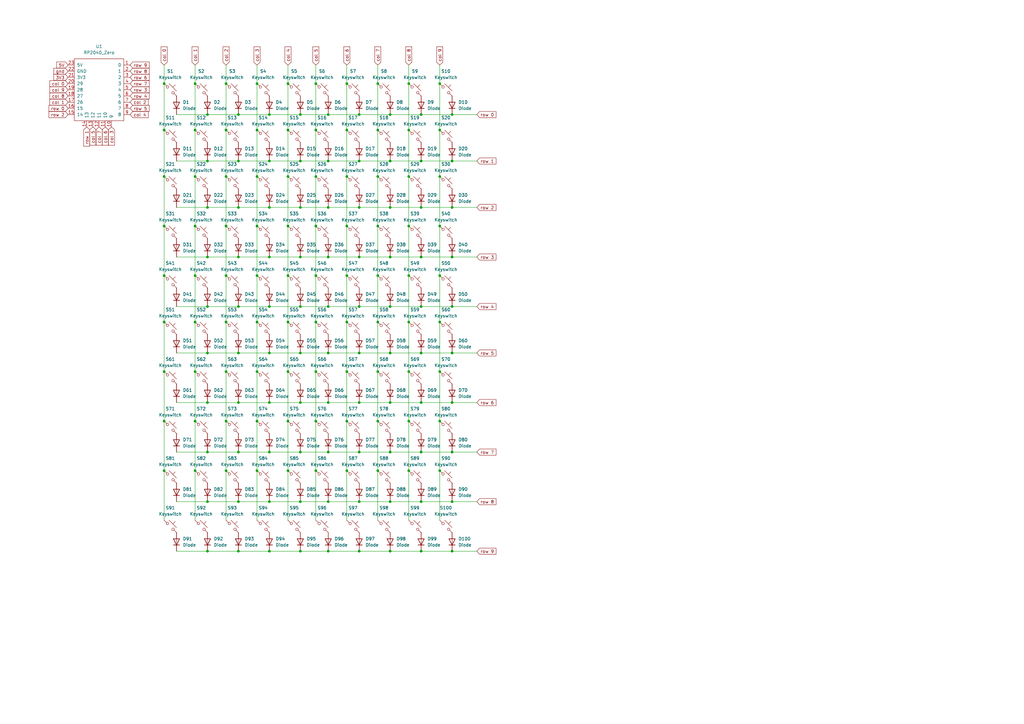
<source format=kicad_sch>
(kicad_sch (version 20231120) (generator "eeschema") (generator_version "8.0")
  (paper "A3")
  (lib_symbols
    (symbol "ScottoKeebs:MCU_RP2040_Zero" (pin_names (offset 1.016))
      (property "Reference" "U" (at 0 15.24 0))
      (property "Value" "RP2040_Zero" (at 0 12.7 0))
      (symbol "MCU_RP2040_Zero_1_1"
        (pin bidirectional line (at 12.7 8.89 180) (length 2.54) (name "0") (number "1"))
        (pin bidirectional line (at 5.08 -16.51 90) (length 2.54) (name "9") (number "10"))
        (pin bidirectional line (at 2.54 -16.51 90) (length 2.54) (name "10") (number "11"))
        (pin bidirectional line (at 0 -16.51 90) (length 2.54) (name "11") (number "12"))
        (pin bidirectional line (at -2.54 -16.51 90) (length 2.54) (name "12") (number "13"))
        (pin bidirectional line (at -5.08 -16.51 90) (length 2.54) (name "13") (number "14"))
        (pin bidirectional line (at -12.7 -11.43 0) (length 2.54) (name "14") (number "15"))
        (pin bidirectional line (at -12.7 -8.89 0) (length 2.54) (name "15") (number "16"))
        (pin bidirectional line (at -12.7 -6.35 0) (length 2.54) (name "26") (number "17"))
        (pin bidirectional line (at -12.7 -3.81 0) (length 2.54) (name "27") (number "18"))
        (pin bidirectional line (at -12.7 -1.27 0) (length 2.54) (name "28") (number "19"))
        (pin bidirectional line (at 12.7 6.35 180) (length 2.54) (name "1") (number "2"))
        (pin bidirectional line (at -12.7 1.27 0) (length 2.54) (name "29") (number "20"))
        (pin power_out line (at -12.7 3.81 0) (length 2.54) (name "3V3") (number "21"))
        (pin power_out line (at -12.7 6.35 0) (length 2.54) (name "GND") (number "22"))
        (pin power_out line (at -12.7 8.89 0) (length 2.54) (name "5V") (number "23"))
        (pin bidirectional line (at 12.7 3.81 180) (length 2.54) (name "2") (number "3"))
        (pin bidirectional line (at 12.7 1.27 180) (length 2.54) (name "3") (number "4"))
        (pin bidirectional line (at 12.7 -1.27 180) (length 2.54) (name "4") (number "5"))
        (pin bidirectional line (at 12.7 -3.81 180) (length 2.54) (name "5") (number "6"))
        (pin bidirectional line (at 12.7 -6.35 180) (length 2.54) (name "6") (number "7"))
        (pin bidirectional line (at 12.7 -8.89 180) (length 2.54) (name "7") (number "8"))
        (pin bidirectional line (at 12.7 -11.43 180) (length 2.54) (name "8") (number "9"))
      )
    )
    (symbol "ScottoKeebs:Placeholder_Diode" (pin_numbers hide) (pin_names hide)
      (property "Reference" "D" (at 0 2.54 0))
      (property "Value" "Diode" (at 0 -2.54 0))
      (symbol "Placeholder_Diode_1_1"
        (pin passive line (at -3.81 0 0) (length 2.54) (name "K") (number "1"))
        (pin passive line (at 3.81 0 180) (length 2.54) (name "A") (number "2"))
      )
    )
    (symbol "ScottoKeebs:Placeholder_Keyswitch" (pin_numbers hide) (pin_names (offset 1.016) hide)
      (property "Reference" "S" (at 3.048 1.016 0))
      (property "Value" "Keyswitch" (at 0 -3.81 0))
      (symbol "Placeholder_Keyswitch_0_1"
        (pin passive line (at -2.54 2.54 0) (length 0) (name "1") (number "1"))
        (pin passive line (at 2.54 -2.54 180) (length 0) (name "2") (number "2"))
      )
    )
  )
  (junction (at 118.11 92.71))
  (junction (at 80.01 132.08))
  (junction (at 85.09 85.09))
  (junction (at 97.79 46.99))
  (junction (at 185.42 66.04))
  (junction (at 160.02 144.78))
  (junction (at 134.62 66.04))
  (junction (at 129.54 132.08))
  (junction (at 80.01 72.39))
  (junction (at 154.94 113.03))
  (junction (at 134.62 165.1))
  (junction (at 134.62 85.09))
  (junction (at 180.34 72.39))
  (junction (at 180.34 152.4))
  (junction (at 105.41 152.4))
  (junction (at 92.71 152.4))
  (junction (at 134.62 205.74))
  (junction (at 105.41 193.04))
  (junction (at 134.62 185.42))
  (junction (at 67.31 72.39))
  (junction (at 154.94 53.34))
  (junction (at 180.34 172.72))
  (junction (at 118.11 72.39))
  (junction (at 67.31 132.08))
  (junction (at 85.09 125.73))
  (junction (at 80.01 53.34))
  (junction (at 180.34 193.04))
  (junction (at 67.31 152.4))
  (junction (at 185.42 125.73))
  (junction (at 167.64 92.71))
  (junction (at 118.11 53.34))
  (junction (at 172.72 185.42))
  (junction (at 185.42 85.09))
  (junction (at 185.42 105.41))
  (junction (at 180.34 113.03))
  (junction (at 180.34 92.71))
  (junction (at 97.79 85.09))
  (junction (at 85.09 105.41))
  (junction (at 160.02 185.42))
  (junction (at 167.64 34.29))
  (junction (at 67.31 53.34))
  (junction (at 92.71 72.39))
  (junction (at 185.42 185.42))
  (junction (at 110.49 66.04))
  (junction (at 105.41 34.29))
  (junction (at 142.24 193.04))
  (junction (at 147.32 165.1))
  (junction (at 147.32 85.09))
  (junction (at 129.54 152.4))
  (junction (at 118.11 34.29))
  (junction (at 118.11 172.72))
  (junction (at 172.72 144.78))
  (junction (at 172.72 46.99))
  (junction (at 67.31 193.04))
  (junction (at 123.19 185.42))
  (junction (at 80.01 152.4))
  (junction (at 97.79 125.73))
  (junction (at 80.01 113.03))
  (junction (at 110.49 85.09))
  (junction (at 97.79 226.06))
  (junction (at 129.54 172.72))
  (junction (at 167.64 72.39))
  (junction (at 142.24 72.39))
  (junction (at 67.31 113.03))
  (junction (at 142.24 132.08))
  (junction (at 142.24 152.4))
  (junction (at 172.72 66.04))
  (junction (at 134.62 46.99))
  (junction (at 154.94 172.72))
  (junction (at 167.64 152.4))
  (junction (at 134.62 105.41))
  (junction (at 92.71 92.71))
  (junction (at 129.54 92.71))
  (junction (at 160.02 105.41))
  (junction (at 147.32 185.42))
  (junction (at 80.01 193.04))
  (junction (at 105.41 92.71))
  (junction (at 123.19 105.41))
  (junction (at 110.49 226.06))
  (junction (at 147.32 144.78))
  (junction (at 154.94 193.04))
  (junction (at 85.09 66.04))
  (junction (at 147.32 66.04))
  (junction (at 154.94 72.39))
  (junction (at 92.71 172.72))
  (junction (at 160.02 46.99))
  (junction (at 147.32 205.74))
  (junction (at 142.24 113.03))
  (junction (at 110.49 105.41))
  (junction (at 142.24 53.34))
  (junction (at 97.79 185.42))
  (junction (at 97.79 205.74))
  (junction (at 123.19 144.78))
  (junction (at 110.49 205.74))
  (junction (at 160.02 205.74))
  (junction (at 105.41 72.39))
  (junction (at 85.09 165.1))
  (junction (at 123.19 85.09))
  (junction (at 172.72 226.06))
  (junction (at 185.42 165.1))
  (junction (at 118.11 132.08))
  (junction (at 123.19 46.99))
  (junction (at 180.34 34.29))
  (junction (at 85.09 185.42))
  (junction (at 154.94 34.29))
  (junction (at 185.42 226.06))
  (junction (at 92.71 113.03))
  (junction (at 129.54 72.39))
  (junction (at 123.19 165.1))
  (junction (at 134.62 144.78))
  (junction (at 185.42 144.78))
  (junction (at 167.64 132.08))
  (junction (at 85.09 144.78))
  (junction (at 154.94 132.08))
  (junction (at 105.41 53.34))
  (junction (at 123.19 205.74))
  (junction (at 85.09 205.74))
  (junction (at 67.31 172.72))
  (junction (at 80.01 92.71))
  (junction (at 129.54 193.04))
  (junction (at 129.54 34.29))
  (junction (at 167.64 113.03))
  (junction (at 80.01 34.29))
  (junction (at 67.31 92.71))
  (junction (at 167.64 193.04))
  (junction (at 172.72 85.09))
  (junction (at 147.32 46.99))
  (junction (at 154.94 92.71))
  (junction (at 160.02 226.06))
  (junction (at 129.54 53.34))
  (junction (at 92.71 53.34))
  (junction (at 147.32 105.41))
  (junction (at 105.41 172.72))
  (junction (at 172.72 205.74))
  (junction (at 129.54 113.03))
  (junction (at 147.32 226.06))
  (junction (at 123.19 125.73))
  (junction (at 67.31 34.29))
  (junction (at 160.02 85.09))
  (junction (at 85.09 226.06))
  (junction (at 185.42 205.74))
  (junction (at 97.79 66.04))
  (junction (at 172.72 125.73))
  (junction (at 105.41 113.03))
  (junction (at 134.62 226.06))
  (junction (at 118.11 152.4))
  (junction (at 110.49 165.1))
  (junction (at 160.02 125.73))
  (junction (at 134.62 125.73))
  (junction (at 180.34 53.34))
  (junction (at 172.72 165.1))
  (junction (at 142.24 34.29))
  (junction (at 147.32 125.73))
  (junction (at 110.49 185.42))
  (junction (at 172.72 105.41))
  (junction (at 142.24 92.71))
  (junction (at 110.49 144.78))
  (junction (at 97.79 165.1))
  (junction (at 105.41 132.08))
  (junction (at 167.64 172.72))
  (junction (at 160.02 66.04))
  (junction (at 123.19 66.04))
  (junction (at 80.01 172.72))
  (junction (at 123.19 226.06))
  (junction (at 160.02 165.1))
  (junction (at 180.34 132.08))
  (junction (at 142.24 172.72))
  (junction (at 118.11 113.03))
  (junction (at 97.79 105.41))
  (junction (at 154.94 152.4))
  (junction (at 110.49 125.73))
  (junction (at 118.11 193.04))
  (junction (at 92.71 132.08))
  (junction (at 85.09 46.99))
  (junction (at 97.79 144.78))
  (junction (at 185.42 46.99))
  (junction (at 92.71 34.29))
  (junction (at 167.64 53.34))
  (junction (at 110.49 46.99))
  (junction (at 92.71 193.04))
  (wire (pts (xy 134.62 105.41) (xy 147.32 105.41)))
  (wire (pts (xy 154.94 132.08) (xy 154.94 152.4)))
  (wire (pts (xy 85.09 205.74) (xy 97.79 205.74)))
  (wire (pts (xy 97.79 105.41) (xy 110.49 105.41)))
  (wire (pts (xy 180.34 113.03) (xy 180.34 132.08)))
  (wire (pts (xy 123.19 144.78) (xy 110.49 144.78)))
  (wire (pts (xy 134.62 46.99) (xy 147.32 46.99)))
  (wire (pts (xy 123.19 205.74) (xy 134.62 205.74)))
  (wire (pts (xy 154.94 172.72) (xy 154.94 193.04)))
  (wire (pts (xy 80.01 53.34) (xy 80.01 72.39)))
  (wire (pts (xy 129.54 92.71) (xy 129.54 113.03)))
  (wire (pts (xy 123.19 125.73) (xy 110.49 125.73)))
  (wire (pts (xy 185.42 205.74) (xy 195.58 205.74)))
  (wire (pts (xy 185.42 46.99) (xy 195.58 46.99)))
  (wire (pts (xy 80.01 152.4) (xy 80.01 172.72)))
  (wire (pts (xy 105.41 53.34) (xy 105.41 72.39)))
  (wire (pts (xy 105.41 132.08) (xy 105.41 152.4)))
  (wire (pts (xy 167.64 34.29) (xy 167.64 53.34)))
  (wire (pts (xy 123.19 185.42) (xy 134.62 185.42)))
  (wire (pts (xy 185.42 205.74) (xy 172.72 205.74)))
  (wire (pts (xy 167.64 152.4) (xy 167.64 172.72)))
  (wire (pts (xy 72.39 85.09) (xy 85.09 85.09)))
  (wire (pts (xy 92.71 172.72) (xy 92.71 193.04)))
  (wire (pts (xy 97.79 226.06) (xy 110.49 226.06)))
  (wire (pts (xy 160.02 85.09) (xy 172.72 85.09)))
  (wire (pts (xy 142.24 152.4) (xy 142.24 172.72)))
  (wire (pts (xy 97.79 144.78) (xy 110.49 144.78)))
  (wire (pts (xy 118.11 172.72) (xy 118.11 193.04)))
  (wire (pts (xy 80.01 193.04) (xy 80.01 213.36)))
  (wire (pts (xy 185.42 105.41) (xy 172.72 105.41)))
  (wire (pts (xy 154.94 152.4) (xy 154.94 172.72)))
  (wire (pts (xy 67.31 34.29) (xy 67.31 53.34)))
  (wire (pts (xy 97.79 205.74) (xy 110.49 205.74)))
  (wire (pts (xy 118.11 92.71) (xy 118.11 113.03)))
  (wire (pts (xy 142.24 53.34) (xy 142.24 72.39)))
  (wire (pts (xy 129.54 193.04) (xy 129.54 213.36)))
  (wire (pts (xy 105.41 113.03) (xy 105.41 132.08)))
  (wire (pts (xy 154.94 26.67) (xy 154.94 34.29)))
  (wire (pts (xy 85.09 185.42) (xy 97.79 185.42)))
  (wire (pts (xy 142.24 34.29) (xy 142.24 53.34)))
  (wire (pts (xy 147.32 85.09) (xy 160.02 85.09)))
  (wire (pts (xy 160.02 125.73) (xy 172.72 125.73)))
  (wire (pts (xy 123.19 125.73) (xy 134.62 125.73)))
  (wire (pts (xy 80.01 72.39) (xy 80.01 92.71)))
  (wire (pts (xy 134.62 205.74) (xy 147.32 205.74)))
  (wire (pts (xy 167.64 172.72) (xy 167.64 193.04)))
  (wire (pts (xy 185.42 144.78) (xy 195.58 144.78)))
  (wire (pts (xy 92.71 152.4) (xy 92.71 172.72)))
  (wire (pts (xy 105.41 34.29) (xy 105.41 53.34)))
  (wire (pts (xy 97.79 66.04) (xy 110.49 66.04)))
  (wire (pts (xy 185.42 66.04) (xy 195.58 66.04)))
  (wire (pts (xy 172.72 185.42) (xy 185.42 185.42)))
  (wire (pts (xy 123.19 46.99) (xy 110.49 46.99)))
  (wire (pts (xy 118.11 152.4) (xy 118.11 172.72)))
  (wire (pts (xy 185.42 226.06) (xy 172.72 226.06)))
  (wire (pts (xy 85.09 66.04) (xy 97.79 66.04)))
  (wire (pts (xy 118.11 26.67) (xy 118.11 34.29)))
  (wire (pts (xy 72.39 66.04) (xy 85.09 66.04)))
  (wire (pts (xy 142.24 132.08) (xy 142.24 152.4)))
  (wire (pts (xy 85.09 85.09) (xy 97.79 85.09)))
  (wire (pts (xy 185.42 125.73) (xy 195.58 125.73)))
  (wire (pts (xy 147.32 165.1) (xy 160.02 165.1)))
  (wire (pts (xy 134.62 185.42) (xy 147.32 185.42)))
  (wire (pts (xy 97.79 85.09) (xy 110.49 85.09)))
  (wire (pts (xy 129.54 152.4) (xy 129.54 172.72)))
  (wire (pts (xy 92.71 72.39) (xy 92.71 92.71)))
  (wire (pts (xy 92.71 34.29) (xy 92.71 53.34)))
  (wire (pts (xy 185.42 125.73) (xy 172.72 125.73)))
  (wire (pts (xy 123.19 66.04) (xy 110.49 66.04)))
  (wire (pts (xy 129.54 34.29) (xy 129.54 53.34)))
  (wire (pts (xy 129.54 53.34) (xy 129.54 72.39)))
  (wire (pts (xy 134.62 144.78) (xy 147.32 144.78)))
  (wire (pts (xy 129.54 26.67) (xy 129.54 34.29)))
  (wire (pts (xy 80.01 132.08) (xy 80.01 152.4)))
  (wire (pts (xy 134.62 125.73) (xy 147.32 125.73)))
  (wire (pts (xy 147.32 66.04) (xy 160.02 66.04)))
  (wire (pts (xy 142.24 72.39) (xy 142.24 92.71)))
  (wire (pts (xy 118.11 34.29) (xy 118.11 53.34)))
  (wire (pts (xy 118.11 72.39) (xy 118.11 92.71)))
  (wire (pts (xy 154.94 72.39) (xy 154.94 92.71)))
  (wire (pts (xy 142.24 92.71) (xy 142.24 113.03)))
  (wire (pts (xy 80.01 34.29) (xy 80.01 53.34)))
  (wire (pts (xy 67.31 53.34) (xy 67.31 72.39)))
  (wire (pts (xy 72.39 105.41) (xy 85.09 105.41)))
  (wire (pts (xy 160.02 46.99) (xy 172.72 46.99)))
  (wire (pts (xy 85.09 226.06) (xy 97.79 226.06)))
  (wire (pts (xy 180.34 26.67) (xy 180.34 34.29)))
  (wire (pts (xy 123.19 144.78) (xy 134.62 144.78)))
  (wire (pts (xy 185.42 105.41) (xy 195.58 105.41)))
  (wire (pts (xy 154.94 92.71) (xy 154.94 113.03)))
  (wire (pts (xy 85.09 125.73) (xy 97.79 125.73)))
  (wire (pts (xy 123.19 226.06) (xy 134.62 226.06)))
  (wire (pts (xy 180.34 172.72) (xy 180.34 193.04)))
  (wire (pts (xy 123.19 205.74) (xy 110.49 205.74)))
  (wire (pts (xy 72.39 125.73) (xy 85.09 125.73)))
  (wire (pts (xy 147.32 46.99) (xy 160.02 46.99)))
  (wire (pts (xy 185.42 165.1) (xy 172.72 165.1)))
  (wire (pts (xy 72.39 185.42) (xy 85.09 185.42)))
  (wire (pts (xy 142.24 113.03) (xy 142.24 132.08)))
  (wire (pts (xy 167.64 132.08) (xy 167.64 152.4)))
  (wire (pts (xy 97.79 46.99) (xy 110.49 46.99)))
  (wire (pts (xy 167.64 72.39) (xy 167.64 92.71)))
  (wire (pts (xy 147.32 144.78) (xy 160.02 144.78)))
  (wire (pts (xy 129.54 72.39) (xy 129.54 92.71)))
  (wire (pts (xy 123.19 85.09) (xy 134.62 85.09)))
  (wire (pts (xy 123.19 165.1) (xy 110.49 165.1)))
  (wire (pts (xy 123.19 226.06) (xy 110.49 226.06)))
  (wire (pts (xy 160.02 165.1) (xy 172.72 165.1)))
  (wire (pts (xy 134.62 66.04) (xy 147.32 66.04)))
  (wire (pts (xy 134.62 85.09) (xy 147.32 85.09)))
  (wire (pts (xy 118.11 132.08) (xy 118.11 152.4)))
  (wire (pts (xy 154.94 34.29) (xy 154.94 53.34)))
  (wire (pts (xy 129.54 113.03) (xy 129.54 132.08)))
  (wire (pts (xy 72.39 205.74) (xy 85.09 205.74)))
  (wire (pts (xy 105.41 92.71) (xy 105.41 113.03)))
  (wire (pts (xy 185.42 85.09) (xy 195.58 85.09)))
  (wire (pts (xy 185.42 226.06) (xy 195.58 226.06)))
  (wire (pts (xy 142.24 193.04) (xy 142.24 213.36)))
  (wire (pts (xy 118.11 53.34) (xy 118.11 72.39)))
  (wire (pts (xy 72.39 226.06) (xy 85.09 226.06)))
  (wire (pts (xy 123.19 165.1) (xy 134.62 165.1)))
  (wire (pts (xy 185.42 46.99) (xy 172.72 46.99)))
  (wire (pts (xy 92.71 53.34) (xy 92.71 72.39)))
  (wire (pts (xy 97.79 125.73) (xy 110.49 125.73)))
  (wire (pts (xy 85.09 46.99) (xy 97.79 46.99)))
  (wire (pts (xy 105.41 26.67) (xy 105.41 34.29)))
  (wire (pts (xy 147.32 226.06) (xy 160.02 226.06)))
  (wire (pts (xy 72.39 165.1) (xy 85.09 165.1)))
  (wire (pts (xy 185.42 144.78) (xy 172.72 144.78)))
  (wire (pts (xy 72.39 144.78) (xy 85.09 144.78)))
  (wire (pts (xy 180.34 92.71) (xy 180.34 113.03)))
  (wire (pts (xy 67.31 172.72) (xy 67.31 193.04)))
  (wire (pts (xy 72.39 46.99) (xy 85.09 46.99)))
  (wire (pts (xy 154.94 53.34) (xy 154.94 72.39)))
  (wire (pts (xy 129.54 132.08) (xy 129.54 152.4)))
  (wire (pts (xy 147.32 185.42) (xy 160.02 185.42)))
  (wire (pts (xy 180.34 193.04) (xy 180.34 213.36)))
  (wire (pts (xy 80.01 172.72) (xy 80.01 193.04)))
  (wire (pts (xy 160.02 205.74) (xy 172.72 205.74)))
  (wire (pts (xy 105.41 193.04) (xy 105.41 213.36)))
  (wire (pts (xy 105.41 72.39) (xy 105.41 92.71)))
  (wire (pts (xy 92.71 132.08) (xy 92.71 152.4)))
  (wire (pts (xy 80.01 113.03) (xy 80.01 132.08)))
  (wire (pts (xy 180.34 152.4) (xy 180.34 172.72)))
  (wire (pts (xy 185.42 66.04) (xy 172.72 66.04)))
  (wire (pts (xy 167.64 92.71) (xy 167.64 113.03)))
  (wire (pts (xy 185.42 85.09) (xy 172.72 85.09)))
  (wire (pts (xy 180.34 53.34) (xy 180.34 72.39)))
  (wire (pts (xy 154.94 193.04) (xy 154.94 213.36)))
  (wire (pts (xy 180.34 132.08) (xy 180.34 152.4)))
  (wire (pts (xy 67.31 193.04) (xy 67.31 213.36)))
  (wire (pts (xy 92.71 26.67) (xy 92.71 34.29)))
  (wire (pts (xy 167.64 113.03) (xy 167.64 132.08)))
  (wire (pts (xy 180.34 72.39) (xy 180.34 92.71)))
  (wire (pts (xy 180.34 34.29) (xy 180.34 53.34)))
  (wire (pts (xy 85.09 144.78) (xy 97.79 144.78)))
  (wire (pts (xy 142.24 172.72) (xy 142.24 193.04)))
  (wire (pts (xy 147.32 105.41) (xy 160.02 105.41)))
  (wire (pts (xy 123.19 85.09) (xy 110.49 85.09)))
  (wire (pts (xy 160.02 105.41) (xy 172.72 105.41)))
  (wire (pts (xy 80.01 92.71) (xy 80.01 113.03)))
  (wire (pts (xy 67.31 113.03) (xy 67.31 132.08)))
  (wire (pts (xy 160.02 185.42) (xy 172.72 185.42)))
  (wire (pts (xy 67.31 72.39) (xy 67.31 92.71)))
  (wire (pts (xy 129.54 172.72) (xy 129.54 193.04)))
  (wire (pts (xy 147.32 205.74) (xy 160.02 205.74)))
  (wire (pts (xy 167.64 193.04) (xy 167.64 213.36)))
  (wire (pts (xy 105.41 172.72) (xy 105.41 193.04)))
  (wire (pts (xy 92.71 92.71) (xy 92.71 113.03)))
  (wire (pts (xy 67.31 26.67) (xy 67.31 34.29)))
  (wire (pts (xy 123.19 46.99) (xy 134.62 46.99)))
  (wire (pts (xy 160.02 226.06) (xy 172.72 226.06)))
  (wire (pts (xy 123.19 105.41) (xy 110.49 105.41)))
  (wire (pts (xy 80.01 26.67) (xy 80.01 34.29)))
  (wire (pts (xy 154.94 113.03) (xy 154.94 132.08)))
  (wire (pts (xy 185.42 165.1) (xy 195.58 165.1)))
  (wire (pts (xy 67.31 92.71) (xy 67.31 113.03)))
  (wire (pts (xy 134.62 165.1) (xy 147.32 165.1)))
  (wire (pts (xy 123.19 105.41) (xy 134.62 105.41)))
  (wire (pts (xy 85.09 165.1) (xy 97.79 165.1)))
  (wire (pts (xy 123.19 185.42) (xy 110.49 185.42)))
  (wire (pts (xy 67.31 152.4) (xy 67.31 172.72)))
  (wire (pts (xy 160.02 144.78) (xy 172.72 144.78)))
  (wire (pts (xy 97.79 165.1) (xy 110.49 165.1)))
  (wire (pts (xy 134.62 226.06) (xy 147.32 226.06)))
  (wire (pts (xy 167.64 26.67) (xy 167.64 34.29)))
  (wire (pts (xy 97.79 185.42) (xy 110.49 185.42)))
  (wire (pts (xy 92.71 193.04) (xy 92.71 213.36)))
  (wire (pts (xy 147.32 125.73) (xy 160.02 125.73)))
  (wire (pts (xy 85.09 105.41) (xy 97.79 105.41)))
  (wire (pts (xy 67.31 132.08) (xy 67.31 152.4)))
  (wire (pts (xy 185.42 185.42) (xy 195.58 185.42)))
  (wire (pts (xy 142.24 26.67) (xy 142.24 34.29)))
  (wire (pts (xy 123.19 66.04) (xy 134.62 66.04)))
  (wire (pts (xy 167.64 53.34) (xy 167.64 72.39)))
  (wire (pts (xy 105.41 152.4) (xy 105.41 172.72)))
  (wire (pts (xy 118.11 193.04) (xy 118.11 213.36)))
  (wire (pts (xy 160.02 66.04) (xy 172.72 66.04)))
  (wire (pts (xy 118.11 113.03) (xy 118.11 132.08)))
  (wire (pts (xy 92.71 113.03) (xy 92.71 132.08)))
  (global_label "col 2" (shape input) (at 92.71 26.67 90) (property "Intersheetrefs" "${INTERSHEET_REFS}" (effects (hide yes))))
  (global_label "col 5" (shape input) (at 38.1 52.07 270) (property "Intersheetrefs" "${INTERSHEET_REFS}" (effects (hide yes))))
  (global_label "row 8" (shape input) (at 195.58 205.74 0) (property "Intersheetrefs" "${INTERSHEET_REFS}" (effects (hide yes))))
  (global_label "row 9" (shape input) (at 195.58 226.06 0) (property "Intersheetrefs" "${INTERSHEET_REFS}" (effects (hide yes))))
  (global_label "row 9" (shape input) (at 53.34 26.67 0) (property "Intersheetrefs" "${INTERSHEET_REFS}" (effects (hide yes))))
  (global_label "col 0" (shape input) (at 27.94 34.29 180) (property "Intersheetrefs" "${INTERSHEET_REFS}" (effects (hide yes))))
  (global_label "row 3" (shape input) (at 195.58 105.41 0) (property "Intersheetrefs" "${INTERSHEET_REFS}" (effects (hide yes))))
  (global_label "row 7" (shape input) (at 53.34 34.29 0) (property "Intersheetrefs" "${INTERSHEET_REFS}" (effects (hide yes))))
  (global_label "col 8" (shape input) (at 27.94 39.37 180) (property "Intersheetrefs" "${INTERSHEET_REFS}" (effects (hide yes))))
  (global_label "row 5" (shape input) (at 195.58 144.78 0) (property "Intersheetrefs" "${INTERSHEET_REFS}" (effects (hide yes))))
  (global_label "row 4" (shape input) (at 195.58 125.73 0) (property "Intersheetrefs" "${INTERSHEET_REFS}" (effects (hide yes))))
  (global_label "col 4" (shape input) (at 118.11 26.67 90) (property "Intersheetrefs" "${INTERSHEET_REFS}" (effects (hide yes))))
  (global_label "row 7" (shape input) (at 195.58 185.42 0) (property "Intersheetrefs" "${INTERSHEET_REFS}" (effects (hide yes))))
  (global_label "row 5" (shape input) (at 53.34 44.45 0) (property "Intersheetrefs" "${INTERSHEET_REFS}" (effects (hide yes))))
  (global_label "row 2" (shape input) (at 195.58 85.09 0) (property "Intersheetrefs" "${INTERSHEET_REFS}" (effects (hide yes))))
  (global_label "col 2" (shape input) (at 53.34 41.91 0) (property "Intersheetrefs" "${INTERSHEET_REFS}" (effects (hide yes))))
  (global_label "row 4" (shape input) (at 53.34 39.37 0) (property "Intersheetrefs" "${INTERSHEET_REFS}" (effects (hide yes))))
  (global_label "row 6" (shape input) (at 195.58 165.1 0) (property "Intersheetrefs" "${INTERSHEET_REFS}" (effects (hide yes))))
  (global_label "row 3" (shape input) (at 53.34 36.83 0) (property "Intersheetrefs" "${INTERSHEET_REFS}" (effects (hide yes))))
  (global_label "col 6" (shape input) (at 142.24 26.67 90) (property "Intersheetrefs" "${INTERSHEET_REFS}" (effects (hide yes))))
  (global_label "3V3" (shape input) (at 27.94 31.75 180) (property "Intersheetrefs" "${INTERSHEET_REFS}" (effects (hide yes))))
  (global_label "col 0" (shape input) (at 67.31 26.67 90) (property "Intersheetrefs" "${INTERSHEET_REFS}" (effects (hide yes))))
  (global_label "col 7" (shape input) (at 40.64 52.07 270) (property "Intersheetrefs" "${INTERSHEET_REFS}" (effects (hide yes))))
  (global_label "col 8" (shape input) (at 167.64 26.67 90) (property "Intersheetrefs" "${INTERSHEET_REFS}" (effects (hide yes))))
  (global_label "row 1" (shape input) (at 35.56 52.07 270) (property "Intersheetrefs" "${INTERSHEET_REFS}" (effects (hide yes))))
  (global_label "col 9" (shape input) (at 27.94 36.83 180) (property "Intersheetrefs" "${INTERSHEET_REFS}" (effects (hide yes))))
  (global_label "row 8" (shape input) (at 53.34 29.21 0) (property "Intersheetrefs" "${INTERSHEET_REFS}" (effects (hide yes))))
  (global_label "col 3" (shape input) (at 105.41 26.67 90) (property "Intersheetrefs" "${INTERSHEET_REFS}" (effects (hide yes))))
  (global_label "row 0" (shape input) (at 27.94 44.45 180) (property "Intersheetrefs" "${INTERSHEET_REFS}" (effects (hide yes))))
  (global_label "row 2" (shape input) (at 27.94 46.99 180) (property "Intersheetrefs" "${INTERSHEET_REFS}" (effects (hide yes))))
  (global_label "col 1" (shape input) (at 80.01 26.67 90) (property "Intersheetrefs" "${INTERSHEET_REFS}" (effects (hide yes))))
  (global_label "row 6" (shape input) (at 53.34 31.75 0) (property "Intersheetrefs" "${INTERSHEET_REFS}" (effects (hide yes))))
  (global_label "col 6" (shape input) (at 43.18 52.07 270) (property "Intersheetrefs" "${INTERSHEET_REFS}" (effects (hide yes))))
  (global_label "col 4" (shape input) (at 53.34 46.99 0) (property "Intersheetrefs" "${INTERSHEET_REFS}" (effects (hide yes))))
  (global_label "row 1" (shape input) (at 195.58 66.04 0) (property "Intersheetrefs" "${INTERSHEET_REFS}" (effects (hide yes))))
  (global_label "5V" (shape input) (at 27.94 26.67 180) (property "Intersheetrefs" "${INTERSHEET_REFS}" (effects (hide yes))))
  (global_label "col 1" (shape input) (at 27.94 41.91 180) (property "Intersheetrefs" "${INTERSHEET_REFS}" (effects (hide yes))))
  (global_label "row 0" (shape input) (at 195.58 46.99 0) (property "Intersheetrefs" "${INTERSHEET_REFS}" (effects (hide yes))))
  (global_label "col 5" (shape input) (at 129.54 26.67 90) (property "Intersheetrefs" "${INTERSHEET_REFS}" (effects (hide yes))))
  (global_label "col 3" (shape input) (at 45.72 52.07 270) (property "Intersheetrefs" "${INTERSHEET_REFS}" (effects (hide yes))))
  (global_label "col 7" (shape input) (at 154.94 26.67 90) (property "Intersheetrefs" "${INTERSHEET_REFS}" (effects (hide yes))))
  (global_label "col 9" (shape input) (at 180.34 26.67 90) (property "Intersheetrefs" "${INTERSHEET_REFS}" (effects (hide yes))))
  (global_label "gnd" (shape input) (at 27.94 29.21 180) (property "Intersheetrefs" "${INTERSHEET_REFS}" (effects (hide yes))))
  (symbol (lib_id "ScottoKeebs:Placeholder_Keyswitch") (at 95.25 95.25 0) (unit 1)
    (property "Reference" "S33" (at 95.25 87.63 0))
    (property "Value" "Keyswitch" (at 95.25 90.17 0))
    (property "Footprint" "footprint:SW_BUTT-2" (effects (hide yes)))
  )
  (symbol (lib_id "ScottoKeebs:Placeholder_Diode") (at 160.02 201.93 90) (unit 1)
    (property "Reference" "D88" (at 162.56 200.66 90) (effects (justify right)))
    (property "Value" "Diode" (at 162.56 203.2 90) (effects (justify right)))
    (property "Footprint" "ScottoKeebs_Components:Diode_DO-35_smol" (effects (hide yes)))
    (property "Sim.Device" "D" (effects (hide yes)))
    (property "Sim.Pins" "1=K 2=A" (effects (hide yes)))
  )
  (symbol (lib_id "ScottoKeebs:Placeholder_Keyswitch") (at 157.48 134.62 0) (unit 1)
    (property "Reference" "S58" (at 157.48 127 0))
    (property "Value" "Keyswitch" (at 157.48 129.54 0))
    (property "Footprint" "footprint:SW_BUTT-2" (effects (hide yes)))
  )
  (symbol (lib_id "ScottoKeebs:Placeholder_Keyswitch") (at 132.08 175.26 0) (unit 1)
    (property "Reference" "S76" (at 132.08 167.64 0))
    (property "Value" "Keyswitch" (at 132.08 170.18 0))
    (property "Footprint" "footprint:SW_BUTT-2" (effects (hide yes)))
  )
  (symbol (lib_id "ScottoKeebs:Placeholder_Diode") (at 72.39 222.25 90) (unit 1)
    (property "Reference" "D91" (at 74.93 220.98 90) (effects (justify right)))
    (property "Value" "Diode" (at 74.93 223.52 90) (effects (justify right)))
    (property "Footprint" "ScottoKeebs_Components:Diode_DO-35_smol" (effects (hide yes)))
    (property "Sim.Device" "D" (effects (hide yes)))
    (property "Sim.Pins" "1=K 2=A" (effects (hide yes)))
  )
  (symbol (lib_id "ScottoKeebs:Placeholder_Diode") (at 185.42 121.92 90) (unit 1)
    (property "Reference" "D50" (at 187.96 120.65 90) (effects (justify right)))
    (property "Value" "Diode" (at 187.96 123.19 90) (effects (justify right)))
    (property "Footprint" "ScottoKeebs_Components:Diode_DO-35_smol" (effects (hide yes)))
    (property "Sim.Device" "D" (effects (hide yes)))
    (property "Sim.Pins" "1=K 2=A" (effects (hide yes)))
  )
  (symbol (lib_id "ScottoKeebs:Placeholder_Keyswitch") (at 170.18 115.57 0) (unit 1)
    (property "Reference" "S49" (at 170.18 107.95 0))
    (property "Value" "Keyswitch" (at 170.18 110.49 0))
    (property "Footprint" "footprint:SW_BUTT-2" (effects (hide yes)))
  )
  (symbol (lib_id "ScottoKeebs:Placeholder_Keyswitch") (at 157.48 154.94 0) (unit 1)
    (property "Reference" "S68" (at 157.48 147.32 0))
    (property "Value" "Keyswitch" (at 157.48 149.86 0))
    (property "Footprint" "footprint:SW_BUTT-2" (effects (hide yes)))
  )
  (symbol (lib_id "ScottoKeebs:Placeholder_Diode") (at 134.62 101.6 90) (unit 1)
    (property "Reference" "D36" (at 137.16 100.33 90) (effects (justify right)))
    (property "Value" "Diode" (at 137.16 102.87 90) (effects (justify right)))
    (property "Footprint" "ScottoKeebs_Components:Diode_DO-35_smol" (effects (hide yes)))
    (property "Sim.Device" "D" (effects (hide yes)))
    (property "Sim.Pins" "1=K 2=A" (effects (hide yes)))
  )
  (symbol (lib_id "ScottoKeebs:Placeholder_Diode") (at 72.39 101.6 90) (unit 1)
    (property "Reference" "D31" (at 74.93 100.33 90) (effects (justify right)))
    (property "Value" "Diode" (at 74.93 102.87 90) (effects (justify right)))
    (property "Footprint" "ScottoKeebs_Components:Diode_DO-35_smol" (effects (hide yes)))
    (property "Sim.Device" "D" (effects (hide yes)))
    (property "Sim.Pins" "1=K 2=A" (effects (hide yes)))
  )
  (symbol (lib_id "ScottoKeebs:Placeholder_Diode") (at 134.62 121.92 90) (unit 1)
    (property "Reference" "D46" (at 137.16 120.65 90) (effects (justify right)))
    (property "Value" "Diode" (at 137.16 123.19 90) (effects (justify right)))
    (property "Footprint" "ScottoKeebs_Components:Diode_DO-35_smol" (effects (hide yes)))
    (property "Sim.Device" "D" (effects (hide yes)))
    (property "Sim.Pins" "1=K 2=A" (effects (hide yes)))
  )
  (symbol (lib_id "ScottoKeebs:Placeholder_Keyswitch") (at 182.88 215.9 0) (unit 1)
    (property "Reference" "S100" (at 182.88 208.28 0))
    (property "Value" "Keyswitch" (at 182.88 210.82 0))
    (property "Footprint" "footprint:SW_BUTT-2" (effects (hide yes)))
  )
  (symbol (lib_id "ScottoKeebs:Placeholder_Keyswitch") (at 182.88 55.88 0) (unit 1)
    (property "Reference" "S20" (at 182.88 48.26 0))
    (property "Value" "Keyswitch" (at 182.88 50.8 0))
    (property "Footprint" "footprint:SW_BUTT-2" (effects (hide yes)))
  )
  (symbol (lib_id "ScottoKeebs:Placeholder_Keyswitch") (at 170.18 175.26 0) (unit 1)
    (property "Reference" "S79" (at 170.18 167.64 0))
    (property "Value" "Keyswitch" (at 170.18 170.18 0))
    (property "Footprint" "footprint:SW_BUTT-2" (effects (hide yes)))
  )
  (symbol (lib_id "ScottoKeebs:Placeholder_Keyswitch") (at 170.18 95.25 0) (unit 1)
    (property "Reference" "S39" (at 170.18 87.63 0))
    (property "Value" "Keyswitch" (at 170.18 90.17 0))
    (property "Footprint" "footprint:SW_BUTT-2" (effects (hide yes)))
  )
  (symbol (lib_id "ScottoKeebs:Placeholder_Diode") (at 85.09 81.28 90) (unit 1)
    (property "Reference" "D22" (at 87.63 80.01 90) (effects (justify right)))
    (property "Value" "Diode" (at 87.63 82.55 90) (effects (justify right)))
    (property "Footprint" "ScottoKeebs_Components:Diode_DO-35_smol" (effects (hide yes)))
    (property "Sim.Device" "D" (effects (hide yes)))
    (property "Sim.Pins" "1=K 2=A" (effects (hide yes)))
  )
  (symbol (lib_id "ScottoKeebs:Placeholder_Diode") (at 147.32 121.92 90) (unit 1)
    (property "Reference" "D47" (at 149.86 120.65 90) (effects (justify right)))
    (property "Value" "Diode" (at 149.86 123.19 90) (effects (justify right)))
    (property "Footprint" "ScottoKeebs_Components:Diode_DO-35_smol" (effects (hide yes)))
    (property "Sim.Device" "D" (effects (hide yes)))
    (property "Sim.Pins" "1=K 2=A" (effects (hide yes)))
  )
  (symbol (lib_id "ScottoKeebs:Placeholder_Keyswitch") (at 82.55 95.25 0) (unit 1)
    (property "Reference" "S32" (at 82.55 87.63 0))
    (property "Value" "Keyswitch" (at 82.55 90.17 0))
    (property "Footprint" "footprint:SW_BUTT-2" (effects (hide yes)))
  )
  (symbol (lib_id "ScottoKeebs:Placeholder_Diode") (at 72.39 62.23 90) (unit 1)
    (property "Reference" "D11" (at 74.93 60.96 90) (effects (justify right)))
    (property "Value" "Diode" (at 74.93 63.5 90) (effects (justify right)))
    (property "Footprint" "ScottoKeebs_Components:Diode_DO-35_smol" (effects (hide yes)))
    (property "Sim.Device" "D" (effects (hide yes)))
    (property "Sim.Pins" "1=K 2=A" (effects (hide yes)))
  )
  (symbol (lib_id "ScottoKeebs:Placeholder_Keyswitch") (at 144.78 36.83 0) (unit 1)
    (property "Reference" "S7" (at 144.78 29.21 0))
    (property "Value" "Keyswitch" (at 144.78 31.75 0))
    (property "Footprint" "footprint:SW_BUTT-2" (effects (hide yes)))
  )
  (symbol (lib_id "ScottoKeebs:Placeholder_Keyswitch") (at 132.08 195.58 0) (unit 1)
    (property "Reference" "S86" (at 132.08 187.96 0))
    (property "Value" "Keyswitch" (at 132.08 190.5 0))
    (property "Footprint" "footprint:SW_BUTT-2" (effects (hide yes)))
  )
  (symbol (lib_id "ScottoKeebs:Placeholder_Keyswitch") (at 82.55 74.93 0) (unit 1)
    (property "Reference" "S22" (at 82.55 67.31 0))
    (property "Value" "Keyswitch" (at 82.55 69.85 0))
    (property "Footprint" "footprint:SW_BUTT-2" (effects (hide yes)))
  )
  (symbol (lib_id "ScottoKeebs:Placeholder_Keyswitch") (at 157.48 215.9 0) (unit 1)
    (property "Reference" "S98" (at 157.48 208.28 0))
    (property "Value" "Keyswitch" (at 157.48 210.82 0))
    (property "Footprint" "footprint:SW_BUTT-2" (effects (hide yes)))
  )
  (symbol (lib_id "ScottoKeebs:Placeholder_Keyswitch") (at 157.48 55.88 0) (unit 1)
    (property "Reference" "S18" (at 157.48 48.26 0))
    (property "Value" "Keyswitch" (at 157.48 50.8 0))
    (property "Footprint" "footprint:SW_BUTT-2" (effects (hide yes)))
  )
  (symbol (lib_id "ScottoKeebs:Placeholder_Keyswitch") (at 182.88 175.26 0) (unit 1)
    (property "Reference" "S80" (at 182.88 167.64 0))
    (property "Value" "Keyswitch" (at 182.88 170.18 0))
    (property "Footprint" "footprint:SW_BUTT-2" (effects (hide yes)))
  )
  (symbol (lib_id "ScottoKeebs:Placeholder_Keyswitch") (at 182.88 74.93 0) (unit 1)
    (property "Reference" "S30" (at 182.88 67.31 0))
    (property "Value" "Keyswitch" (at 182.88 69.85 0))
    (property "Footprint" "footprint:SW_BUTT-2" (effects (hide yes)))
  )
  (symbol (lib_id "ScottoKeebs:Placeholder_Diode") (at 97.79 121.92 90) (unit 1)
    (property "Reference" "D43" (at 100.33 120.65 90) (effects (justify right)))
    (property "Value" "Diode" (at 100.33 123.19 90) (effects (justify right)))
    (property "Footprint" "ScottoKeebs_Components:Diode_DO-35_smol" (effects (hide yes)))
    (property "Sim.Device" "D" (effects (hide yes)))
    (property "Sim.Pins" "1=K 2=A" (effects (hide yes)))
  )
  (symbol (lib_id "ScottoKeebs:Placeholder_Keyswitch") (at 82.55 215.9 0) (unit 1)
    (property "Reference" "S92" (at 82.55 208.28 0))
    (property "Value" "Keyswitch" (at 82.55 210.82 0))
    (property "Footprint" "footprint:SW_BUTT-2" (effects (hide yes)))
  )
  (symbol (lib_id "ScottoKeebs:Placeholder_Keyswitch") (at 69.85 134.62 0) (unit 1)
    (property "Reference" "S51" (at 69.85 127 0))
    (property "Value" "Keyswitch" (at 69.85 129.54 0))
    (property "Footprint" "footprint:SW_BUTT-2" (effects (hide yes)))
  )
  (symbol (lib_id "ScottoKeebs:Placeholder_Keyswitch") (at 182.88 134.62 0) (unit 1)
    (property "Reference" "S60" (at 182.88 127 0))
    (property "Value" "Keyswitch" (at 182.88 129.54 0))
    (property "Footprint" "footprint:SW_BUTT-2" (effects (hide yes)))
  )
  (symbol (lib_id "ScottoKeebs:Placeholder_Diode") (at 134.62 161.29 90) (unit 1)
    (property "Reference" "D66" (at 137.16 160.02 90) (effects (justify right)))
    (property "Value" "Diode" (at 137.16 162.56 90) (effects (justify right)))
    (property "Footprint" "ScottoKeebs_Components:Diode_DO-35_smol" (effects (hide yes)))
    (property "Sim.Device" "D" (effects (hide yes)))
    (property "Sim.Pins" "1=K 2=A" (effects (hide yes)))
  )
  (symbol (lib_id "ScottoKeebs:Placeholder_Diode") (at 123.19 43.18 90) (unit 1)
    (property "Reference" "D5" (at 125.73 41.91 90) (effects (justify right)))
    (property "Value" "Diode" (at 125.73 44.45 90) (effects (justify right)))
    (property "Footprint" "ScottoKeebs_Components:Diode_DO-35_smol" (effects (hide yes)))
    (property "Sim.Device" "D" (effects (hide yes)))
    (property "Sim.Pins" "1=K 2=A" (effects (hide yes)))
  )
  (symbol (lib_id "ScottoKeebs:Placeholder_Diode") (at 72.39 43.18 90) (unit 1)
    (property "Reference" "D1" (at 74.93 41.91 90) (effects (justify right)))
    (property "Value" "Diode" (at 74.93 44.45 90) (effects (justify right)))
    (property "Footprint" "ScottoKeebs_Components:Diode_DO-35_smol" (effects (hide yes)))
    (property "Sim.Device" "D" (effects (hide yes)))
    (property "Sim.Pins" "1=K 2=A" (effects (hide yes)))
  )
  (symbol (lib_id "ScottoKeebs:Placeholder_Diode") (at 172.72 101.6 90) (unit 1)
    (property "Reference" "D39" (at 175.26 100.33 90) (effects (justify right)))
    (property "Value" "Diode" (at 175.26 102.87 90) (effects (justify right)))
    (property "Footprint" "ScottoKeebs_Components:Diode_DO-35_smol" (effects (hide yes)))
    (property "Sim.Device" "D" (effects (hide yes)))
    (property "Sim.Pins" "1=K 2=A" (effects (hide yes)))
  )
  (symbol (lib_id "ScottoKeebs:Placeholder_Diode") (at 134.62 201.93 90) (unit 1)
    (property "Reference" "D86" (at 137.16 200.66 90) (effects (justify right)))
    (property "Value" "Diode" (at 137.16 203.2 90) (effects (justify right)))
    (property "Footprint" "ScottoKeebs_Components:Diode_DO-35_smol" (effects (hide yes)))
    (property "Sim.Device" "D" (effects (hide yes)))
    (property "Sim.Pins" "1=K 2=A" (effects (hide yes)))
  )
  (symbol (lib_id "ScottoKeebs:Placeholder_Keyswitch") (at 170.18 36.83 0) (unit 1)
    (property "Reference" "S9" (at 170.18 29.21 0))
    (property "Value" "Keyswitch" (at 170.18 31.75 0))
    (property "Footprint" "footprint:SW_BUTT-2" (effects (hide yes)))
  )
  (symbol (lib_id "ScottoKeebs:Placeholder_Diode") (at 172.72 181.61 90) (unit 1)
    (property "Reference" "D79" (at 175.26 180.34 90) (effects (justify right)))
    (property "Value" "Diode" (at 175.26 182.88 90) (effects (justify right)))
    (property "Footprint" "ScottoKeebs_Components:Diode_DO-35_smol" (effects (hide yes)))
    (property "Sim.Device" "D" (effects (hide yes)))
    (property "Sim.Pins" "1=K 2=A" (effects (hide yes)))
  )
  (symbol (lib_id "ScottoKeebs:Placeholder_Diode") (at 160.02 101.6 90) (unit 1)
    (property "Reference" "D38" (at 162.56 100.33 90) (effects (justify right)))
    (property "Value" "Diode" (at 162.56 102.87 90) (effects (justify right)))
    (property "Footprint" "ScottoKeebs_Components:Diode_DO-35_smol" (effects (hide yes)))
    (property "Sim.Device" "D" (effects (hide yes)))
    (property "Sim.Pins" "1=K 2=A" (effects (hide yes)))
  )
  (symbol (lib_id "ScottoKeebs:Placeholder_Diode") (at 72.39 181.61 90) (unit 1)
    (property "Reference" "D71" (at 74.93 180.34 90) (effects (justify right)))
    (property "Value" "Diode" (at 74.93 182.88 90) (effects (justify right)))
    (property "Footprint" "ScottoKeebs_Components:Diode_DO-35_smol" (effects (hide yes)))
    (property "Sim.Device" "D" (effects (hide yes)))
    (property "Sim.Pins" "1=K 2=A" (effects (hide yes)))
  )
  (symbol (lib_id "ScottoKeebs:Placeholder_Diode") (at 160.02 121.92 90) (unit 1)
    (property "Reference" "D48" (at 162.56 120.65 90) (effects (justify right)))
    (property "Value" "Diode" (at 162.56 123.19 90) (effects (justify right)))
    (property "Footprint" "ScottoKeebs_Components:Diode_DO-35_smol" (effects (hide yes)))
    (property "Sim.Device" "D" (effects (hide yes)))
    (property "Sim.Pins" "1=K 2=A" (effects (hide yes)))
  )
  (symbol (lib_id "ScottoKeebs:Placeholder_Keyswitch") (at 95.25 175.26 0) (unit 1)
    (property "Reference" "S73" (at 95.25 167.64 0))
    (property "Value" "Keyswitch" (at 95.25 170.18 0))
    (property "Footprint" "footprint:SW_BUTT-2" (effects (hide yes)))
  )
  (symbol (lib_id "ScottoKeebs:Placeholder_Diode") (at 134.62 62.23 90) (unit 1)
    (property "Reference" "D16" (at 137.16 60.96 90) (effects (justify right)))
    (property "Value" "Diode" (at 137.16 63.5 90) (effects (justify right)))
    (property "Footprint" "ScottoKeebs_Components:Diode_DO-35_smol" (effects (hide yes)))
    (property "Sim.Device" "D" (effects (hide yes)))
    (property "Sim.Pins" "1=K 2=A" (effects (hide yes)))
  )
  (symbol (lib_id "ScottoKeebs:Placeholder_Diode") (at 123.19 62.23 90) (unit 1)
    (property "Reference" "D15" (at 125.73 60.96 90) (effects (justify right)))
    (property "Value" "Diode" (at 125.73 63.5 90) (effects (justify right)))
    (property "Footprint" "ScottoKeebs_Components:Diode_DO-35_smol" (effects (hide yes)))
    (property "Sim.Device" "D" (effects (hide yes)))
    (property "Sim.Pins" "1=K 2=A" (effects (hide yes)))
  )
  (symbol (lib_id "ScottoKeebs:Placeholder_Keyswitch") (at 120.65 55.88 0) (unit 1)
    (property "Reference" "S15" (at 120.65 48.26 0))
    (property "Value" "Keyswitch" (at 120.65 50.8 0))
    (property "Footprint" "footprint:SW_BUTT-2" (effects (hide yes)))
  )
  (symbol (lib_id "ScottoKeebs:Placeholder_Diode") (at 185.42 161.29 90) (unit 1)
    (property "Reference" "D70" (at 187.96 160.02 90) (effects (justify right)))
    (property "Value" "Diode" (at 187.96 162.56 90) (effects (justify right)))
    (property "Footprint" "ScottoKeebs_Components:Diode_DO-35_smol" (effects (hide yes)))
    (property "Sim.Device" "D" (effects (hide yes)))
    (property "Sim.Pins" "1=K 2=A" (effects (hide yes)))
  )
  (symbol (lib_id "ScottoKeebs:Placeholder_Diode") (at 97.79 140.97 90) (unit 1)
    (property "Reference" "D53" (at 100.33 139.7 90) (effects (justify right)))
    (property "Value" "Diode" (at 100.33 142.24 90) (effects (justify right)))
    (property "Footprint" "ScottoKeebs_Components:Diode_DO-35_smol" (effects (hide yes)))
    (property "Sim.Device" "D" (effects (hide yes)))
    (property "Sim.Pins" "1=K 2=A" (effects (hide yes)))
  )
  (symbol (lib_id "ScottoKeebs:Placeholder_Keyswitch") (at 170.18 55.88 0) (unit 1)
    (property "Reference" "S19" (at 170.18 48.26 0))
    (property "Value" "Keyswitch" (at 170.18 50.8 0))
    (property "Footprint" "footprint:SW_BUTT-2" (effects (hide yes)))
  )
  (symbol (lib_id "ScottoKeebs:Placeholder_Keyswitch") (at 170.18 154.94 0) (unit 1)
    (property "Reference" "S69" (at 170.18 147.32 0))
    (property "Value" "Keyswitch" (at 170.18 149.86 0))
    (property "Footprint" "footprint:SW_BUTT-2" (effects (hide yes)))
  )
  (symbol (lib_id "ScottoKeebs:Placeholder_Keyswitch") (at 170.18 215.9 0) (unit 1)
    (property "Reference" "S99" (at 170.18 208.28 0))
    (property "Value" "Keyswitch" (at 170.18 210.82 0))
    (property "Footprint" "footprint:SW_BUTT-2" (effects (hide yes)))
  )
  (symbol (lib_id "ScottoKeebs:Placeholder_Diode") (at 123.19 222.25 90) (unit 1)
    (property "Reference" "D95" (at 125.73 220.98 90) (effects (justify right)))
    (property "Value" "Diode" (at 125.73 223.52 90) (effects (justify right)))
    (property "Footprint" "ScottoKeebs_Components:Diode_DO-35_smol" (effects (hide yes)))
    (property "Sim.Device" "D" (effects (hide yes)))
    (property "Sim.Pins" "1=K 2=A" (effects (hide yes)))
  )
  (symbol (lib_id "ScottoKeebs:Placeholder_Diode") (at 134.62 222.25 90) (unit 1)
    (property "Reference" "D96" (at 137.16 220.98 90) (effects (justify right)))
    (property "Value" "Diode" (at 137.16 223.52 90) (effects (justify right)))
    (property "Footprint" "ScottoKeebs_Components:Diode_DO-35_smol" (effects (hide yes)))
    (property "Sim.Device" "D" (effects (hide yes)))
    (property "Sim.Pins" "1=K 2=A" (effects (hide yes)))
  )
  (symbol (lib_id "ScottoKeebs:Placeholder_Keyswitch") (at 82.55 134.62 0) (unit 1)
    (property "Reference" "S52" (at 82.55 127 0))
    (property "Value" "Keyswitch" (at 82.55 129.54 0))
    (property "Footprint" "footprint:SW_BUTT-2" (effects (hide yes)))
  )
  (symbol (lib_id "ScottoKeebs:Placeholder_Keyswitch") (at 95.25 74.93 0) (unit 1)
    (property "Reference" "S23" (at 95.25 67.31 0))
    (property "Value" "Keyswitch" (at 95.25 69.85 0))
    (property "Footprint" "footprint:SW_BUTT-2" (effects (hide yes)))
  )
  (symbol (lib_id "ScottoKeebs:Placeholder_Keyswitch") (at 157.48 115.57 0) (unit 1)
    (property "Reference" "S48" (at 157.48 107.95 0))
    (property "Value" "Keyswitch" (at 157.48 110.49 0))
    (property "Footprint" "footprint:SW_BUTT-2" (effects (hide yes)))
  )
  (symbol (lib_id "ScottoKeebs:Placeholder_Diode") (at 123.19 181.61 90) (unit 1)
    (property "Reference" "D75" (at 125.73 180.34 90) (effects (justify right)))
    (property "Value" "Diode" (at 125.73 182.88 90) (effects (justify right)))
    (property "Footprint" "ScottoKeebs_Components:Diode_DO-35_smol" (effects (hide yes)))
    (property "Sim.Device" "D" (effects (hide yes)))
    (property "Sim.Pins" "1=K 2=A" (effects (hide yes)))
  )
  (symbol (lib_id "ScottoKeebs:Placeholder_Diode") (at 147.32 140.97 90) (unit 1)
    (property "Reference" "D57" (at 149.86 139.7 90) (effects (justify right)))
    (property "Value" "Diode" (at 149.86 142.24 90) (effects (justify right)))
    (property "Footprint" "ScottoKeebs_Components:Diode_DO-35_smol" (effects (hide yes)))
    (property "Sim.Device" "D" (effects (hide yes)))
    (property "Sim.Pins" "1=K 2=A" (effects (hide yes)))
  )
  (symbol (lib_id "ScottoKeebs:Placeholder_Keyswitch") (at 82.55 195.58 0) (unit 1)
    (property "Reference" "S82" (at 82.55 187.96 0))
    (property "Value" "Keyswitch" (at 82.55 190.5 0))
    (property "Footprint" "footprint:SW_BUTT-2" (effects (hide yes)))
  )
  (symbol (lib_id "ScottoKeebs:Placeholder_Keyswitch") (at 82.55 115.57 0) (unit 1)
    (property "Reference" "S42" (at 82.55 107.95 0))
    (property "Value" "Keyswitch" (at 82.55 110.49 0))
    (property "Footprint" "footprint:SW_BUTT-2" (effects (hide yes)))
  )
  (symbol (lib_id "ScottoKeebs:Placeholder_Diode") (at 123.19 201.93 90) (unit 1)
    (property "Reference" "D85" (at 125.73 200.66 90) (effects (justify right)))
    (property "Value" "Diode" (at 125.73 203.2 90) (effects (justify right)))
    (property "Footprint" "ScottoKeebs_Components:Diode_DO-35_smol" (effects (hide yes)))
    (property "Sim.Device" "D" (effects (hide yes)))
    (property "Sim.Pins" "1=K 2=A" (effects (hide yes)))
  )
  (symbol (lib_id "ScottoKeebs:Placeholder_Diode") (at 160.02 161.29 90) (unit 1)
    (property "Reference" "D68" (at 162.56 160.02 90) (effects (justify right)))
    (property "Value" "Diode" (at 162.56 162.56 90) (effects (justify right)))
    (property "Footprint" "ScottoKeebs_Components:Diode_DO-35_smol" (effects (hide yes)))
    (property "Sim.Device" "D" (effects (hide yes)))
    (property "Sim.Pins" "1=K 2=A" (effects (hide yes)))
  )
  (symbol (lib_id "ScottoKeebs:Placeholder_Keyswitch") (at 182.88 95.25 0) (unit 1)
    (property "Reference" "S40" (at 182.88 87.63 0))
    (property "Value" "Keyswitch" (at 182.88 90.17 0))
    (property "Footprint" "footprint:SW_BUTT-2" (effects (hide yes)))
  )
  (symbol (lib_id "ScottoKeebs:Placeholder_Diode") (at 185.42 181.61 90) (unit 1)
    (property "Reference" "D80" (at 187.96 180.34 90) (effects (justify right)))
    (property "Value" "Diode" (at 187.96 182.88 90) (effects (justify right)))
    (property "Footprint" "ScottoKeebs_Components:Diode_DO-35_smol" (effects (hide yes)))
    (property "Sim.Device" "D" (effects (hide yes)))
    (property "Sim.Pins" "1=K 2=A" (effects (hide yes)))
  )
  (symbol (lib_id "ScottoKeebs:Placeholder_Diode") (at 85.09 101.6 90) (unit 1)
    (property "Reference" "D32" (at 87.63 100.33 90) (effects (justify right)))
    (property "Value" "Diode" (at 87.63 102.87 90) (effects (justify right)))
    (property "Footprint" "ScottoKeebs_Components:Diode_DO-35_smol" (effects (hide yes)))
    (property "Sim.Device" "D" (effects (hide yes)))
    (property "Sim.Pins" "1=K 2=A" (effects (hide yes)))
  )
  (symbol (lib_id "ScottoKeebs:Placeholder_Diode") (at 110.49 161.29 90) (unit 1)
    (property "Reference" "D64" (at 113.03 160.02 90) (effects (justify right)))
    (property "Value" "Diode" (at 113.03 162.56 90) (effects (justify right)))
    (property "Footprint" "ScottoKeebs_Components:Diode_DO-35_smol" (effects (hide yes)))
    (property "Sim.Device" "D" (effects (hide yes)))
    (property "Sim.Pins" "1=K 2=A" (effects (hide yes)))
  )
  (symbol (lib_id "ScottoKeebs:Placeholder_Diode") (at 110.49 81.28 90) (unit 1)
    (property "Reference" "D24" (at 113.03 80.01 90) (effects (justify right)))
    (property "Value" "Diode" (at 113.03 82.55 90) (effects (justify right)))
    (property "Footprint" "ScottoKeebs_Components:Diode_DO-35_smol" (effects (hide yes)))
    (property "Sim.Device" "D" (effects (hide yes)))
    (property "Sim.Pins" "1=K 2=A" (effects (hide yes)))
  )
  (symbol (lib_id "ScottoKeebs:Placeholder_Keyswitch") (at 144.78 95.25 0) (unit 1)
    (property "Reference" "S37" (at 144.78 87.63 0))
    (property "Value" "Keyswitch" (at 144.78 90.17 0))
    (property "Footprint" "footprint:SW_BUTT-2" (effects (hide yes)))
  )
  (symbol (lib_id "ScottoKeebs:Placeholder_Diode") (at 185.42 81.28 90) (unit 1)
    (property "Reference" "D30" (at 187.96 80.01 90) (effects (justify right)))
    (property "Value" "Diode" (at 187.96 82.55 90) (effects (justify right)))
    (property "Footprint" "ScottoKeebs_Components:Diode_DO-35_smol" (effects (hide yes)))
    (property "Sim.Device" "D" (effects (hide yes)))
    (property "Sim.Pins" "1=K 2=A" (effects (hide yes)))
  )
  (symbol (lib_id "ScottoKeebs:Placeholder_Keyswitch") (at 120.65 134.62 0) (unit 1)
    (property "Reference" "S55" (at 120.65 127 0))
    (property "Value" "Keyswitch" (at 120.65 129.54 0))
    (property "Footprint" "footprint:SW_BUTT-2" (effects (hide yes)))
  )
  (symbol (lib_id "ScottoKeebs:Placeholder_Diode") (at 160.02 181.61 90) (unit 1)
    (property "Reference" "D78" (at 162.56 180.34 90) (effects (justify right)))
    (property "Value" "Diode" (at 162.56 182.88 90) (effects (justify right)))
    (property "Footprint" "ScottoKeebs_Components:Diode_DO-35_smol" (effects (hide yes)))
    (property "Sim.Device" "D" (effects (hide yes)))
    (property "Sim.Pins" "1=K 2=A" (effects (hide yes)))
  )
  (symbol (lib_id "ScottoKeebs:Placeholder_Diode") (at 85.09 121.92 90) (unit 1)
    (property "Reference" "D42" (at 87.63 120.65 90) (effects (justify right)))
    (property "Value" "Diode" (at 87.63 123.19 90) (effects (justify right)))
    (property "Footprint" "ScottoKeebs_Components:Diode_DO-35_smol" (effects (hide yes)))
    (property "Sim.Device" "D" (effects (hide yes)))
    (property "Sim.Pins" "1=K 2=A" (effects (hide yes)))
  )
  (symbol (lib_id "ScottoKeebs:Placeholder_Keyswitch") (at 95.25 195.58 0) (unit 1)
    (property "Reference" "S83" (at 95.25 187.96 0))
    (property "Value" "Keyswitch" (at 95.25 190.5 0))
    (property "Footprint" "footprint:SW_BUTT-2" (effects (hide yes)))
  )
  (symbol (lib_id "ScottoKeebs:Placeholder_Keyswitch") (at 132.08 154.94 0) (unit 1)
    (property "Reference" "S66" (at 132.08 147.32 0))
    (property "Value" "Keyswitch" (at 132.08 149.86 0))
    (property "Footprint" "footprint:SW_BUTT-2" (effects (hide yes)))
  )
  (symbol (lib_id "ScottoKeebs:Placeholder_Diode") (at 85.09 62.23 90) (unit 1)
    (property "Reference" "D12" (at 87.63 60.96 90) (effects (justify right)))
    (property "Value" "Diode" (at 87.63 63.5 90) (effects (justify right)))
    (property "Footprint" "ScottoKeebs_Components:Diode_DO-35_smol" (effects (hide yes)))
    (property "Sim.Device" "D" (effects (hide yes)))
    (property "Sim.Pins" "1=K 2=A" (effects (hide yes)))
  )
  (symbol (lib_id "ScottoKeebs:Placeholder_Keyswitch") (at 120.65 154.94 0) (unit 1)
    (property "Reference" "S65" (at 120.65 147.32 0))
    (property "Value" "Keyswitch" (at 120.65 149.86 0))
    (property "Footprint" "footprint:SW_BUTT-2" (effects (hide yes)))
  )
  (symbol (lib_id "ScottoKeebs:Placeholder_Keyswitch") (at 95.25 55.88 0) (unit 1)
    (property "Reference" "S13" (at 95.25 48.26 0))
    (property "Value" "Keyswitch" (at 95.25 50.8 0))
    (property "Footprint" "footprint:SW_BUTT-2" (effects (hide yes)))
  )
  (symbol (lib_id "ScottoKeebs:Placeholder_Diode") (at 172.72 140.97 90) (unit 1)
    (property "Reference" "D59" (at 175.26 139.7 90) (effects (justify right)))
    (property "Value" "Diode" (at 175.26 142.24 90) (effects (justify right)))
    (property "Footprint" "ScottoKeebs_Components:Diode_DO-35_smol" (effects (hide yes)))
    (property "Sim.Device" "D" (effects (hide yes)))
    (property "Sim.Pins" "1=K 2=A" (effects (hide yes)))
  )
  (symbol (lib_id "ScottoKeebs:Placeholder_Keyswitch") (at 170.18 134.62 0) (unit 1)
    (property "Reference" "S59" (at 170.18 127 0))
    (property "Value" "Keyswitch" (at 170.18 129.54 0))
    (property "Footprint" "footprint:SW_BUTT-2" (effects (hide yes)))
  )
  (symbol (lib_id "ScottoKeebs:Placeholder_Diode") (at 110.49 222.25 90) (unit 1)
    (property "Reference" "D94" (at 113.03 220.98 90) (effects (justify right)))
    (property "Value" "Diode" (at 113.03 223.52 90) (effects (justify right)))
    (property "Footprint" "ScottoKeebs_Components:Diode_DO-35_smol" (effects (hide yes)))
    (property "Sim.Device" "D" (effects (hide yes)))
    (property "Sim.Pins" "1=K 2=A" (effects (hide yes)))
  )
  (symbol (lib_id "ScottoKeebs:Placeholder_Diode") (at 97.79 101.6 90) (unit 1)
    (property "Reference" "D33" (at 100.33 100.33 90) (effects (justify right)))
    (property "Value" "Diode" (at 100.33 102.87 90) (effects (justify right)))
    (property "Footprint" "ScottoKeebs_Components:Diode_DO-35_smol" (effects (hide yes)))
    (property "Sim.Device" "D" (effects (hide yes)))
    (property "Sim.Pins" "1=K 2=A" (effects (hide yes)))
  )
  (symbol (lib_id "ScottoKeebs:Placeholder_Diode") (at 147.32 43.18 90) (unit 1)
    (property "Reference" "D7" (at 149.86 41.91 90) (effects (justify right)))
    (property "Value" "Diode" (at 149.86 44.45 90) (effects (justify right)))
    (property "Footprint" "ScottoKeebs_Components:Diode_DO-35_smol" (effects (hide yes)))
    (property "Sim.Device" "D" (effects (hide yes)))
    (property "Sim.Pins" "1=K 2=A" (effects (hide yes)))
  )
  (symbol (lib_id "ScottoKeebs:Placeholder_Diode") (at 97.79 161.29 90) (unit 1)
    (property "Reference" "D63" (at 100.33 160.02 90) (effects (justify right)))
    (property "Value" "Diode" (at 100.33 162.56 90) (effects (justify right)))
    (property "Footprint" "ScottoKeebs_Components:Diode_DO-35_smol" (effects (hide yes)))
    (property "Sim.Device" "D" (effects (hide yes)))
    (property "Sim.Pins" "1=K 2=A" (effects (hide yes)))
  )
  (symbol (lib_id "ScottoKeebs:Placeholder_Keyswitch") (at 182.88 154.94 0) (unit 1)
    (property "Reference" "S70" (at 182.88 147.32 0))
    (property "Value" "Keyswitch" (at 182.88 149.86 0))
    (property "Footprint" "footprint:SW_BUTT-2" (effects (hide yes)))
  )
  (symbol (lib_id "ScottoKeebs:Placeholder_Diode") (at 172.72 43.18 90) (unit 1)
    (property "Reference" "D9" (at 175.26 41.91 90) (effects (justify right)))
    (property "Value" "Diode" (at 175.26 44.45 90) (effects (justify right)))
    (property "Footprint" "ScottoKeebs_Components:Diode_DO-35_smol" (effects (hide yes)))
    (property "Sim.Device" "D" (effects (hide yes)))
    (property "Sim.Pins" "1=K 2=A" (effects (hide yes)))
  )
  (symbol (lib_id "ScottoKeebs:Placeholder_Diode") (at 172.72 62.23 90) (unit 1)
    (property "Reference" "D19" (at 175.26 60.96 90) (effects (justify right)))
    (property "Value" "Diode" (at 175.26 63.5 90) (effects (justify right)))
    (property "Footprint" "ScottoKeebs_Components:Diode_DO-35_smol" (effects (hide yes)))
    (property "Sim.Device" "D" (effects (hide yes)))
    (property "Sim.Pins" "1=K 2=A" (effects (hide yes)))
  )
  (symbol (lib_id "ScottoKeebs:Placeholder_Diode") (at 185.42 62.23 90) (unit 1)
    (property "Reference" "D20" (at 187.96 60.96 90) (effects (justify right)))
    (property "Value" "Diode" (at 187.96 63.5 90) (effects (justify right)))
    (property "Footprint" "ScottoKeebs_Components:Diode_DO-35_smol" (effects (hide yes)))
    (property "Sim.Device" "D" (effects (hide yes)))
    (property "Sim.Pins" "1=K 2=A" (effects (hide yes)))
  )
  (symbol (lib_id "ScottoKeebs:Placeholder_Keyswitch") (at 82.55 175.26 0) (unit 1)
    (property "Reference" "S72" (at 82.55 167.64 0))
    (property "Value" "Keyswitch" (at 82.55 170.18 0))
    (property "Footprint" "footprint:SW_BUTT-2" (effects (hide yes)))
  )
  (symbol (lib_id "ScottoKeebs:Placeholder_Diode") (at 110.49 62.23 90) (unit 1)
    (property "Reference" "D14" (at 113.03 60.96 90) (effects (justify right)))
    (property "Value" "Diode" (at 113.03 63.5 90) (effects (justify right)))
    (property "Footprint" "ScottoKeebs_Components:Diode_DO-35_smol" (effects (hide yes)))
    (property "Sim.Device" "D" (effects (hide yes)))
    (property "Sim.Pins" "1=K 2=A" (effects (hide yes)))
  )
  (symbol (lib_id "ScottoKeebs:Placeholder_Keyswitch") (at 132.08 95.25 0) (unit 1)
    (property "Reference" "S36" (at 132.08 87.63 0))
    (property "Value" "Keyswitch" (at 132.08 90.17 0))
    (property "Footprint" "footprint:SW_BUTT-2" (effects (hide yes)))
  )
  (symbol (lib_id "ScottoKeebs:Placeholder_Keyswitch") (at 120.65 74.93 0) (unit 1)
    (property "Reference" "S25" (at 120.65 67.31 0))
    (property "Value" "Keyswitch" (at 120.65 69.85 0))
    (property "Footprint" "footprint:SW_BUTT-2" (effects (hide yes)))
  )
  (symbol (lib_id "ScottoKeebs:Placeholder_Keyswitch") (at 182.88 36.83 0) (unit 1)
    (property "Reference" "S10" (at 182.88 29.21 0))
    (property "Value" "Keyswitch" (at 182.88 31.75 0))
    (property "Footprint" "footprint:SW_BUTT-2" (effects (hide yes)))
  )
  (symbol (lib_id "ScottoKeebs:Placeholder_Keyswitch") (at 170.18 195.58 0) (unit 1)
    (property "Reference" "S89" (at 170.18 187.96 0))
    (property "Value" "Keyswitch" (at 170.18 190.5 0))
    (property "Footprint" "footprint:SW_BUTT-2" (effects (hide yes)))
  )
  (symbol (lib_id "ScottoKeebs:Placeholder_Keyswitch") (at 182.88 195.58 0) (unit 1)
    (property "Reference" "S90" (at 182.88 187.96 0))
    (property "Value" "Keyswitch" (at 182.88 190.5 0))
    (property "Footprint" "footprint:SW_BUTT-2" (effects (hide yes)))
  )
  (symbol (lib_id "ScottoKeebs:Placeholder_Keyswitch") (at 157.48 95.25 0) (unit 1)
    (property "Reference" "S38" (at 157.48 87.63 0))
    (property "Value" "Keyswitch" (at 157.48 90.17 0))
    (property "Footprint" "footprint:SW_BUTT-2" (effects (hide yes)))
  )
  (symbol (lib_id "ScottoKeebs:Placeholder_Diode") (at 134.62 81.28 90) (unit 1)
    (property "Reference" "D26" (at 137.16 80.01 90) (effects (justify right)))
    (property "Value" "Diode" (at 137.16 82.55 90) (effects (justify right)))
    (property "Footprint" "ScottoKeebs_Components:Diode_DO-35_smol" (effects (hide yes)))
    (property "Sim.Device" "D" (effects (hide yes)))
    (property "Sim.Pins" "1=K 2=A" (effects (hide yes)))
  )
  (symbol (lib_id "ScottoKeebs:Placeholder_Diode") (at 97.79 201.93 90) (unit 1)
    (property "Reference" "D83" (at 100.33 200.66 90) (effects (justify right)))
    (property "Value" "Diode" (at 100.33 203.2 90) (effects (justify right)))
    (property "Footprint" "ScottoKeebs_Components:Diode_DO-35_smol" (effects (hide yes)))
    (property "Sim.Device" "D" (effects (hide yes)))
    (property "Sim.Pins" "1=K 2=A" (effects (hide yes)))
  )
  (symbol (lib_id "ScottoKeebs:Placeholder_Keyswitch") (at 69.85 215.9 0) (unit 1)
    (property "Reference" "S91" (at 69.85 208.28 0))
    (property "Value" "Keyswitch" (at 69.85 210.82 0))
    (property "Footprint" "footprint:SW_BUTT-2" (effects (hide yes)))
  )
  (symbol (lib_id "ScottoKeebs:Placeholder_Diode") (at 134.62 181.61 90) (unit 1)
    (property "Reference" "D76" (at 137.16 180.34 90) (effects (justify right)))
    (property "Value" "Diode" (at 137.16 182.88 90) (effects (justify right)))
    (property "Footprint" "ScottoKeebs_Components:Diode_DO-35_smol" (effects (hide yes)))
    (property "Sim.Device" "D" (effects (hide yes)))
    (property "Sim.Pins" "1=K 2=A" (effects (hide yes)))
  )
  (symbol (lib_id "ScottoKeebs:Placeholder_Keyswitch") (at 157.48 175.26 0) (unit 1)
    (property "Reference" "S78" (at 157.48 167.64 0))
    (property "Value" "Keyswitch" (at 157.48 170.18 0))
    (property "Footprint" "footprint:SW_BUTT-2" (effects (hide yes)))
  )
  (symbol (lib_id "ScottoKeebs:Placeholder_Keyswitch") (at 107.95 175.26 0) (unit 1)
    (property "Reference" "S74" (at 107.95 167.64 0))
    (property "Value" "Keyswitch" (at 107.95 170.18 0))
    (property "Footprint" "footprint:SW_BUTT-2" (effects (hide yes)))
  )
  (symbol (lib_id "ScottoKeebs:Placeholder_Keyswitch") (at 170.18 74.93 0) (unit 1)
    (property "Reference" "S29" (at 170.18 67.31 0))
    (property "Value" "Keyswitch" (at 170.18 69.85 0))
    (property "Footprint" "footprint:SW_BUTT-2" (effects (hide yes)))
  )
  (symbol (lib_id "ScottoKeebs:Placeholder_Keyswitch") (at 144.78 195.58 0) (unit 1)
    (property "Reference" "S87" (at 144.78 187.96 0))
    (property "Value" "Keyswitch" (at 144.78 190.5 0))
    (property "Footprint" "footprint:SW_BUTT-2" (effects (hide yes)))
  )
  (symbol (lib_id "ScottoKeebs:Placeholder_Keyswitch") (at 69.85 175.26 0) (unit 1)
    (property "Reference" "S71" (at 69.85 167.64 0))
    (property "Value" "Keyswitch" (at 69.85 170.18 0))
    (property "Footprint" "footprint:SW_BUTT-2" (effects (hide yes)))
  )
  (symbol (lib_id "ScottoKeebs:Placeholder_Diode") (at 72.39 161.29 90) (unit 1)
    (property "Reference" "D61" (at 74.93 160.02 90) (effects (justify right)))
    (property "Value" "Diode" (at 74.93 162.56 90) (effects (justify right)))
    (property "Footprint" "ScottoKeebs_Components:Diode_DO-35_smol" (effects (hide yes)))
    (property "Sim.Device" "D" (effects (hide yes)))
    (property "Sim.Pins" "1=K 2=A" (effects (hide yes)))
  )
  (symbol (lib_id "ScottoKeebs:Placeholder_Diode") (at 147.32 181.61 90) (unit 1)
    (property "Reference" "D77" (at 149.86 180.34 90) (effects (justify right)))
    (property "Value" "Diode" (at 149.86 182.88 90) (effects (justify right)))
    (property "Footprint" "ScottoKeebs_Components:Diode_DO-35_smol" (effects (hide yes)))
    (property "Sim.Device" "D" (effects (hide yes)))
    (property "Sim.Pins" "1=K 2=A" (effects (hide yes)))
  )
  (symbol (lib_id "ScottoKeebs:Placeholder_Keyswitch") (at 107.95 215.9 0) (unit 1)
    (property "Reference" "S94" (at 107.95 208.28 0))
    (property "Value" "Keyswitch" (at 107.95 210.82 0))
    (property "Footprint" "footprint:SW_BUTT-2" (effects (hide yes)))
  )
  (symbol (lib_id "ScottoKeebs:Placeholder_Diode") (at 110.49 201.93 90) (unit 1)
    (property "Reference" "D84" (at 113.03 200.66 90) (effects (justify right)))
    (property "Value" "Diode" (at 113.03 203.2 90) (effects (justify right)))
    (property "Footprint" "ScottoKeebs_Components:Diode_DO-35_smol" (effects (hide yes)))
    (property "Sim.Device" "D" (effects (hide yes)))
    (property "Sim.Pins" "1=K 2=A" (effects (hide yes)))
  )
  (symbol (lib_id "ScottoKeebs:Placeholder_Keyswitch") (at 132.08 134.62 0) (unit 1)
    (property "Reference" "S56" (at 132.08 127 0))
    (property "Value" "Keyswitch" (at 132.08 129.54 0))
    (property "Footprint" "footprint:SW_BUTT-2" (effects (hide yes)))
  )
  (symbol (lib_id "ScottoKeebs:Placeholder_Diode") (at 185.42 101.6 90) (unit 1)
    (property "Reference" "D40" (at 187.96 100.33 90) (effects (justify right)))
    (property "Value" "Diode" (at 187.96 102.87 90) (effects (justify right)))
    (property "Footprint" "ScottoKeebs_Components:Diode_DO-35_smol" (effects (hide yes)))
    (property "Sim.Device" "D" (effects (hide yes)))
    (property "Sim.Pins" "1=K 2=A" (effects (hide yes)))
  )
  (symbol (lib_id "ScottoKeebs:Placeholder_Keyswitch") (at 144.78 74.93 0) (unit 1)
    (property "Reference" "S27" (at 144.78 67.31 0))
    (property "Value" "Keyswitch" (at 144.78 69.85 0))
    (property "Footprint" "footprint:SW_BUTT-2" (effects (hide yes)))
  )
  (symbol (lib_id "ScottoKeebs:Placeholder_Keyswitch") (at 107.95 134.62 0) (unit 1)
    (property "Reference" "S54" (at 107.95 127 0))
    (property "Value" "Keyswitch" (at 107.95 129.54 0))
    (property "Footprint" "footprint:SW_BUTT-2" (effects (hide yes)))
  )
  (symbol (lib_id "ScottoKeebs:Placeholder_Diode") (at 85.09 222.25 90) (unit 1)
    (property "Reference" "D92" (at 87.63 220.98 90) (effects (justify right)))
    (property "Value" "Diode" (at 87.63 223.52 90) (effects (justify right)))
    (property "Footprint" "ScottoKeebs_Components:Diode_DO-35_smol" (effects (hide yes)))
    (property "Sim.Device" "D" (effects (hide yes)))
    (property "Sim.Pins" "1=K 2=A" (effects (hide yes)))
  )
  (symbol (lib_id "ScottoKeebs:Placeholder_Diode") (at 134.62 43.18 90) (unit 1)
    (property "Reference" "D6" (at 137.16 41.91 90) (effects (justify right)))
    (property "Value" "Diode" (at 137.16 44.45 90) (effects (justify right)))
    (property "Footprint" "ScottoKeebs_Components:Diode_DO-35_smol" (effects (hide yes)))
    (property "Sim.Device" "D" (effects (hide yes)))
    (property "Sim.Pins" "1=K 2=A" (effects (hide yes)))
  )
  (symbol (lib_id "ScottoKeebs:Placeholder_Diode") (at 97.79 222.25 90) (unit 1)
    (property "Reference" "D93" (at 100.33 220.98 90) (effects (justify right)))
    (property "Value" "Diode" (at 100.33 223.52 90) (effects (justify right)))
    (property "Footprint" "ScottoKeebs_Components:Diode_DO-35_smol" (effects (hide yes)))
    (property "Sim.Device" "D" (effects (hide yes)))
    (property "Sim.Pins" "1=K 2=A" (effects (hide yes)))
  )
  (symbol (lib_id "ScottoKeebs:Placeholder_Keyswitch") (at 144.78 175.26 0) (unit 1)
    (property "Reference" "S77" (at 144.78 167.64 0))
    (property "Value" "Keyswitch" (at 144.78 170.18 0))
    (property "Footprint" "footprint:SW_BUTT-2" (effects (hide yes)))
  )
  (symbol (lib_id "ScottoKeebs:Placeholder_Keyswitch") (at 95.25 36.83 0) (unit 1)
    (property "Reference" "S3" (at 95.25 29.21 0))
    (property "Value" "Keyswitch" (at 95.25 31.75 0))
    (property "Footprint" "footprint:SW_BUTT-2" (effects (hide yes)))
  )
  (symbol (lib_id "ScottoKeebs:Placeholder_Keyswitch") (at 182.88 115.57 0) (unit 1)
    (property "Reference" "S50" (at 182.88 107.95 0))
    (property "Value" "Keyswitch" (at 182.88 110.49 0))
    (property "Footprint" "footprint:SW_BUTT-2" (effects (hide yes)))
  )
  (symbol (lib_id "ScottoKeebs:Placeholder_Keyswitch") (at 69.85 74.93 0) (unit 1)
    (property "Reference" "S21" (at 69.85 67.31 0))
    (property "Value" "Keyswitch" (at 69.85 69.85 0))
    (property "Footprint" "footprint:SW_BUTT-2" (effects (hide yes)))
  )
  (symbol (lib_id "ScottoKeebs:Placeholder_Diode") (at 160.02 81.28 90) (unit 1)
    (property "Reference" "D28" (at 162.56 80.01 90) (effects (justify right)))
    (property "Value" "Diode" (at 162.56 82.55 90) (effects (justify right)))
    (property "Footprint" "ScottoKeebs_Components:Diode_DO-35_smol" (effects (hide yes)))
    (property "Sim.Device" "D" (effects (hide yes)))
    (property "Sim.Pins" "1=K 2=A" (effects (hide yes)))
  )
  (symbol (lib_id "ScottoKeebs:Placeholder_Keyswitch") (at 69.85 154.94 0) (unit 1)
    (property "Reference" "S61" (at 69.85 147.32 0))
    (property "Value" "Keyswitch" (at 69.85 149.86 0))
    (property "Footprint" "footprint:SW_BUTT-2" (effects (hide yes)))
  )
  (symbol (lib_id "ScottoKeebs:Placeholder_Keyswitch") (at 120.65 95.25 0) (unit 1)
    (property "Reference" "S35" (at 120.65 87.63 0))
    (property "Value" "Keyswitch" (at 120.65 90.17 0))
    (property "Footprint" "footprint:SW_BUTT-2" (effects (hide yes)))
  )
  (symbol (lib_id "ScottoKeebs:Placeholder_Diode") (at 110.49 181.61 90) (unit 1)
    (property "Reference" "D74" (at 113.03 180.34 90) (effects (justify right)))
    (property "Value" "Diode" (at 113.03 182.88 90) (effects (justify right)))
    (property "Footprint" "ScottoKeebs_Components:Diode_DO-35_smol" (effects (hide yes)))
    (property "Sim.Device" "D" (effects (hide yes)))
    (property "Sim.Pins" "1=K 2=A" (effects (hide yes)))
  )
  (symbol (lib_id "ScottoKeebs:Placeholder_Diode") (at 160.02 222.25 90) (unit 1)
    (property "Reference" "D98" (at 162.56 220.98 90) (effects (justify right)))
    (property "Value" "Diode" (at 162.56 223.52 90) (effects (justify right)))
    (property "Footprint" "ScottoKeebs_Components:Diode_DO-35_smol" (effects (hide yes)))
    (property "Sim.Device" "D" (effects (hide yes)))
    (property "Sim.Pins" "1=K 2=A" (effects (hide yes)))
  )
  (symbol (lib_id "ScottoKeebs:Placeholder_Diode") (at 123.19 101.6 90) (unit 1)
    (property "Reference" "D35" (at 125.73 100.33 90) (effects (justify right)))
    (property "Value" "Diode" (at 125.73 102.87 90) (effects (justify right)))
    (property "Footprint" "ScottoKeebs_Components:Diode_DO-35_smol" (effects (hide yes)))
    (property "Sim.Device" "D" (effects (hide yes)))
    (property "Sim.Pins" "1=K 2=A" (effects (hide yes)))
  )
  (symbol (lib_id "ScottoKeebs:Placeholder_Diode") (at 123.19 121.92 90) (unit 1)
    (property "Reference" "D45" (at 125.73 120.65 90) (effects (justify right)))
    (property "Value" "Diode" (at 125.73 123.19 90) (effects (justify right)))
    (property "Footprint" "ScottoKeebs_Components:Diode_DO-35_smol" (effects (hide yes)))
    (property "Sim.Device" "D" (effects (hide yes)))
    (property "Sim.Pins" "1=K 2=A" (effects (hide yes)))
  )
  (symbol (lib_id "ScottoKeebs:Placeholder_Keyswitch") (at 107.95 154.94 0) (unit 1)
    (property "Reference" "S64" (at 107.95 147.32 0))
    (property "Value" "Keyswitch" (at 107.95 149.86 0))
    (property "Footprint" "footprint:SW_BUTT-2" (effects (hide yes)))
  )
  (symbol (lib_id "ScottoKeebs:Placeholder_Keyswitch") (at 144.78 154.94 0) (unit 1)
    (property "Reference" "S67" (at 144.78 147.32 0))
    (property "Value" "Keyswitch" (at 144.78 149.86 0))
    (property "Footprint" "footprint:SW_BUTT-2" (effects (hide yes)))
  )
  (symbol (lib_id "ScottoKeebs:Placeholder_Keyswitch") (at 107.95 74.93 0) (unit 1)
    (property "Reference" "S24" (at 107.95 67.31 0))
    (property "Value" "Keyswitch" (at 107.95 69.85 0))
    (property "Footprint" "footprint:SW_BUTT-2" (effects (hide yes)))
  )
  (symbol (lib_id "ScottoKeebs:Placeholder_Diode") (at 172.72 222.25 90) (unit 1)
    (property "Reference" "D99" (at 175.26 220.98 90) (effects (justify right)))
    (property "Value" "Diode" (at 175.26 223.52 90) (effects (justify right)))
    (property "Footprint" "ScottoKeebs_Components:Diode_DO-35_smol" (effects (hide yes)))
    (property "Sim.Device" "D" (effects (hide yes)))
    (property "Sim.Pins" "1=K 2=A" (effects (hide yes)))
  )
  (symbol (lib_id "ScottoKeebs:Placeholder_Keyswitch") (at 120.65 115.57 0) (unit 1)
    (property "Reference" "S45" (at 120.65 107.95 0))
    (property "Value" "Keyswitch" (at 120.65 110.49 0))
    (property "Footprint" "footprint:SW_BUTT-2" (effects (hide yes)))
  )
  (symbol (lib_id "ScottoKeebs:Placeholder_Keyswitch") (at 132.08 36.83 0) (unit 1)
    (property "Reference" "S6" (at 132.08 29.21 0))
    (property "Value" "Keyswitch" (at 132.08 31.75 0))
    (property "Footprint" "footprint:SW_BUTT-2" (effects (hide yes)))
  )
  (symbol (lib_id "ScottoKeebs:Placeholder_Keyswitch") (at 69.85 55.88 0) (unit 1)
    (property "Reference" "S11" (at 69.85 48.26 0))
    (property "Value" "Keyswitch" (at 69.85 50.8 0))
    (property "Footprint" "footprint:SW_BUTT-2" (effects (hide yes)))
  )
  (symbol (lib_id "ScottoKeebs:Placeholder_Keyswitch") (at 82.55 36.83 0) (unit 1)
    (property "Reference" "S2" (at 82.55 29.21 0))
    (property "Value" "Keyswitch" (at 82.55 31.75 0))
    (property "Footprint" "footprint:SW_BUTT-2" (effects (hide yes)))
  )
  (symbol (lib_id "ScottoKeebs:Placeholder_Diode") (at 72.39 121.92 90) (unit 1)
    (property "Reference" "D41" (at 74.93 120.65 90) (effects (justify right)))
    (property "Value" "Diode" (at 74.93 123.19 90) (effects (justify right)))
    (property "Footprint" "ScottoKeebs_Components:Diode_DO-35_smol" (effects (hide yes)))
    (property "Sim.Device" "D" (effects (hide yes)))
    (property "Sim.Pins" "1=K 2=A" (effects (hide yes)))
  )
  (symbol (lib_id "ScottoKeebs:Placeholder_Keyswitch") (at 107.95 115.57 0) (unit 1)
    (property "Reference" "S44" (at 107.95 107.95 0))
    (property "Value" "Keyswitch" (at 107.95 110.49 0))
    (property "Footprint" "footprint:SW_BUTT-2" (effects (hide yes)))
  )
  (symbol (lib_id "ScottoKeebs:Placeholder_Diode") (at 172.72 81.28 90) (unit 1)
    (property "Reference" "D29" (at 175.26 80.01 90) (effects (justify right)))
    (property "Value" "Diode" (at 175.26 82.55 90) (effects (justify right)))
    (property "Footprint" "ScottoKeebs_Components:Diode_DO-35_smol" (effects (hide yes)))
    (property "Sim.Device" "D" (effects (hide yes)))
    (property "Sim.Pins" "1=K 2=A" (effects (hide yes)))
  )
  (symbol (lib_id "ScottoKeebs:Placeholder_Diode") (at 185.42 43.18 90) (unit 1)
    (property "Reference" "D10" (at 187.96 41.91 90) (effects (justify right)))
    (property "Value" "Diode" (at 187.96 44.45 90) (effects (justify right)))
    (property "Footprint" "ScottoKeebs_Components:Diode_DO-35_smol" (effects (hide yes)))
    (property "Sim.Device" "D" (effects (hide yes)))
    (property "Sim.Pins" "1=K 2=A" (effects (hide yes)))
  )
  (symbol (lib_id "ScottoKeebs:Placeholder_Keyswitch") (at 120.65 175.26 0) (unit 1)
    (property "Reference" "S75" (at 120.65 167.64 0))
    (property "Value" "Keyswitch" (at 120.65 170.18 0))
    (property "Footprint" "footprint:SW_BUTT-2" (effects (hide yes)))
  )
  (symbol (lib_id "ScottoKeebs:Placeholder_Diode") (at 147.32 81.28 90) (unit 1)
    (property "Reference" "D27" (at 149.86 80.01 90) (effects (justify right)))
    (property "Value" "Diode" (at 149.86 82.55 90) (effects (justify right)))
    (property "Footprint" "ScottoKeebs_Components:Diode_DO-35_smol" (effects (hide yes)))
    (property "Sim.Device" "D" (effects (hide yes)))
    (property "Sim.Pins" "1=K 2=A" (effects (hide yes)))
  )
  (symbol (lib_id "ScottoKeebs:Placeholder_Keyswitch") (at 107.95 95.25 0) (unit 1)
    (property "Reference" "S34" (at 107.95 87.63 0))
    (property "Value" "Keyswitch" (at 107.95 90.17 0))
    (property "Footprint" "footprint:SW_BUTT-2" (effects (hide yes)))
  )
  (symbol (lib_id "ScottoKeebs:Placeholder_Keyswitch") (at 132.08 55.88 0) (unit 1)
    (property "Reference" "S16" (at 132.08 48.26 0))
    (property "Value" "Keyswitch" (at 132.08 50.8 0))
    (property "Footprint" "footprint:SW_BUTT-2" (effects (hide yes)))
  )
  (symbol (lib_id "ScottoKeebs:Placeholder_Diode") (at 123.19 161.29 90) (unit 1)
    (property "Reference" "D65" (at 125.73 160.02 90) (effects (justify right)))
    (property "Value" "Diode" (at 125.73 162.56 90) (effects (justify right)))
    (property "Footprint" "ScottoKeebs_Components:Diode_DO-35_smol" (effects (hide yes)))
    (property "Sim.Device" "D" (effects (hide yes)))
    (property "Sim.Pins" "1=K 2=A" (effects (hide yes)))
  )
  (symbol (lib_id "ScottoKeebs:Placeholder_Keyswitch") (at 144.78 134.62 0) (unit 1)
    (property "Reference" "S57" (at 144.78 127 0))
    (property "Value" "Keyswitch" (at 144.78 129.54 0))
    (property "Footprint" "footprint:SW_BUTT-2" (effects (hide yes)))
  )
  (symbol (lib_id "ScottoKeebs:Placeholder_Diode") (at 85.09 161.29 90) (unit 1)
    (property "Reference" "D62" (at 87.63 160.02 90) (effects (justify right)))
    (property "Value" "Diode" (at 87.63 162.56 90) (effects (justify right)))
    (property "Footprint" "ScottoKeebs_Components:Diode_DO-35_smol" (effects (hide yes)))
    (property "Sim.Device" "D" (effects (hide yes)))
    (property "Sim.Pins" "1=K 2=A" (effects (hide yes)))
  )
  (symbol (lib_id "ScottoKeebs:Placeholder_Diode") (at 123.19 140.97 90) (unit 1)
    (property "Reference" "D55" (at 125.73 139.7 90) (effects (justify right)))
    (property "Value" "Diode" (at 125.73 142.24 90) (effects (justify right)))
    (property "Footprint" "ScottoKeebs_Components:Diode_DO-35_smol" (effects (hide yes)))
    (property "Sim.Device" "D" (effects (hide yes)))
    (property "Sim.Pins" "1=K 2=A" (effects (hide yes)))
  )
  (symbol (lib_id "ScottoKeebs:Placeholder_Diode") (at 110.49 140.97 90) (unit 1)
    (property "Reference" "D54" (at 113.03 139.7 90) (effects (justify right)))
    (property "Value" "Diode" (at 113.03 142.24 90) (effects (justify right)))
    (property "Footprint" "ScottoKeebs_Components:Diode_DO-35_smol" (effects (hide yes)))
    (property "Sim.Device" "D" (effects (hide yes)))
    (property "Sim.Pins" "1=K 2=A" (effects (hide yes)))
  )
  (symbol (lib_id "ScottoKeebs:Placeholder_Diode") (at 160.02 43.18 90) (unit 1)
    (property "Reference" "D8" (at 162.56 41.91 90) (effects (justify right)))
    (property "Value" "Diode" (at 162.56 44.45 90) (effects (justify right)))
    (property "Footprint" "ScottoKeebs_Components:Diode_DO-35_smol" (effects (hide yes)))
    (property "Sim.Device" "D" (effects (hide yes)))
    (property "Sim.Pins" "1=K 2=A" (effects (hide yes)))
  )
  (symbol (lib_id "ScottoKeebs:Placeholder_Keyswitch") (at 157.48 74.93 0) (unit 1)
    (property "Reference" "S28" (at 157.48 67.31 0))
    (property "Value" "Keyswitch" (at 157.48 69.85 0))
    (property "Footprint" "footprint:SW_BUTT-2" (effects (hide yes)))
  )
  (symbol (lib_id "ScottoKeebs:Placeholder_Keyswitch") (at 144.78 55.88 0) (unit 1)
    (property "Reference" "S17" (at 144.78 48.26 0))
    (property "Value" "Keyswitch" (at 144.78 50.8 0))
    (property "Footprint" "footprint:SW_BUTT-2" (effects (hide yes)))
  )
  (symbol (lib_id "ScottoKeebs:Placeholder_Diode") (at 160.02 62.23 90) (unit 1)
    (property "Reference" "D18" (at 162.56 60.96 90) (effects (justify right)))
    (property "Value" "Diode" (at 162.56 63.5 90) (effects (justify right)))
    (property "Footprint" "ScottoKeebs_Components:Diode_DO-35_smol" (effects (hide yes)))
    (property "Sim.Device" "D" (effects (hide yes)))
    (property "Sim.Pins" "1=K 2=A" (effects (hide yes)))
  )
  (symbol (lib_id "ScottoKeebs:Placeholder_Diode") (at 97.79 81.28 90) (unit 1)
    (property "Reference" "D23" (at 100.33 80.01 90) (effects (justify right)))
    (property "Value" "Diode" (at 100.33 82.55 90) (effects (justify right)))
    (property "Footprint" "ScottoKeebs_Components:Diode_DO-35_smol" (effects (hide yes)))
    (property "Sim.Device" "D" (effects (hide yes)))
    (property "Sim.Pins" "1=K 2=A" (effects (hide yes)))
  )
  (symbol (lib_id "ScottoKeebs:Placeholder_Keyswitch") (at 144.78 215.9 0) (unit 1)
    (property "Reference" "S97" (at 144.78 208.28 0))
    (property "Value" "Keyswitch" (at 144.78 210.82 0))
    (property "Footprint" "footprint:SW_BUTT-2" (effects (hide yes)))
  )
  (symbol (lib_id "ScottoKeebs:Placeholder_Keyswitch") (at 69.85 195.58 0) (unit 1)
    (property "Reference" "S81" (at 69.85 187.96 0))
    (property "Value" "Keyswitch" (at 69.85 190.5 0))
    (property "Footprint" "footprint:SW_BUTT-2" (effects (hide yes)))
  )
  (symbol (lib_id "ScottoKeebs:Placeholder_Diode") (at 147.32 201.93 90) (unit 1)
    (property "Reference" "D87" (at 149.86 200.66 90) (effects (justify right)))
    (property "Value" "Diode" (at 149.86 203.2 90) (effects (justify right)))
    (property "Footprint" "ScottoKeebs_Components:Diode_DO-35_smol" (effects (hide yes)))
    (property "Sim.Device" "D" (effects (hide yes)))
    (property "Sim.Pins" "1=K 2=A" (effects (hide yes)))
  )
  (symbol (lib_id "ScottoKeebs:Placeholder_Diode") (at 110.49 121.92 90) (unit 1)
    (property "Reference" "D44" (at 113.03 120.65 90) (effects (justify right)))
    (property "Value" "Diode" (at 113.03 123.19 90) (effects (justify right)))
    (property "Footprint" "ScottoKeebs_Components:Diode_DO-35_smol" (effects (hide yes)))
    (property "Sim.Device" "D" (effects (hide yes)))
    (property "Sim.Pins" "1=K 2=A" (effects (hide yes)))
  )
  (symbol (lib_id "ScottoKeebs:Placeholder_Keyswitch") (at 95.25 115.57 0) (unit 1)
    (property "Reference" "S43" (at 95.25 107.95 0))
    (property "Value" "Keyswitch" (at 95.25 110.49 0))
    (property "Footprint" "footprint:SW_BUTT-2" (effects (hide yes)))
  )
  (symbol (lib_id "ScottoKeebs:Placeholder_Keyswitch") (at 132.08 115.57 0) (unit 1)
    (property "Reference" "S46" (at 132.08 107.95 0))
    (property "Value" "Keyswitch" (at 132.08 110.49 0))
    (property "Footprint" "footprint:SW_BUTT-2" (effects (hide yes)))
  )
  (symbol (lib_id "ScottoKeebs:Placeholder_Diode") (at 97.79 43.18 90) (unit 1)
    (property "Reference" "D3" (at 100.33 41.91 90) (effects (justify right)))
    (property "Value" "Diode" (at 100.33 44.45 90) (effects (justify right)))
    (property "Footprint" "ScottoKeebs_Components:Diode_DO-35_smol" (effects (hide yes)))
    (property "Sim.Device" "D" (effects (hide yes)))
    (property "Sim.Pins" "1=K 2=A" (effects (hide yes)))
  )
  (symbol (lib_id "ScottoKeebs:Placeholder_Diode") (at 185.42 201.93 90) (unit 1)
    (property "Reference" "D90" (at 187.96 200.66 90) (effects (justify right)))
    (property "Value" "Diode" (at 187.96 203.2 90) (effects (justify right)))
    (property "Footprint" "ScottoKeebs_Components:Diode_DO-35_smol" (effects (hide yes)))
    (property "Sim.Device" "D" (effects (hide yes)))
    (property "Sim.Pins" "1=K 2=A" (effects (hide yes)))
  )
  (symbol (lib_id "ScottoKeebs:Placeholder_Diode") (at 110.49 101.6 90) (unit 1)
    (property "Reference" "D34" (at 113.03 100.33 90) (effects (justify right)))
    (property "Value" "Diode" (at 113.03 102.87 90) (effects (justify right)))
    (property "Footprint" "ScottoKeebs_Components:Diode_DO-35_smol" (effects (hide yes)))
    (property "Sim.Device" "D" (effects (hide yes)))
    (property "Sim.Pins" "1=K 2=A" (effects (hide yes)))
  )
  (symbol (lib_id "ScottoKeebs:Placeholder_Diode") (at 134.62 140.97 90) (unit 1)
    (property "Reference" "D56" (at 137.16 139.7 90) (effects (justify right)))
    (property "Value" "Diode" (at 137.16 142.24 90) (effects (justify right)))
    (property "Footprint" "ScottoKeebs_Components:Diode_DO-35_smol" (effects (hide yes)))
    (property "Sim.Device" "D" (effects (hide yes)))
    (property "Sim.Pins" "1=K 2=A" (effects (hide yes)))
  )
  (symbol (lib_id "ScottoKeebs:Placeholder_Keyswitch") (at 120.65 195.58 0) (unit 1)
    (property "Reference" "S85" (at 120.65 187.96 0))
    (property "Value" "Keyswitch" (at 120.65 190.5 0))
    (property "Footprint" "footprint:SW_BUTT-2" (effects (hide yes)))
  )
  (symbol (lib_id "ScottoKeebs:Placeholder_Diode") (at 185.42 140.97 90) (unit 1)
    (property "Reference" "D60" (at 187.96 139.7 90) (effects (justify right)))
    (property "Value" "Diode" (at 187.96 142.24 90) (effects (justify right)))
    (property "Footprint" "ScottoKeebs_Components:Diode_DO-35_smol" (effects (hide yes)))
    (property "Sim.Device" "D" (effects (hide yes)))
    (property "Sim.Pins" "1=K 2=A" (effects (hide yes)))
  )
  (symbol (lib_id "ScottoKeebs:Placeholder_Keyswitch") (at 157.48 36.83 0) (unit 1)
    (property "Reference" "S8" (at 157.48 29.21 0))
    (property "Value" "Keyswitch" (at 157.48 31.75 0))
    (property "Footprint" "footprint:SW_BUTT-2" (effects (hide yes)))
  )
  (symbol (lib_id "ScottoKeebs:Placeholder_Keyswitch") (at 107.95 55.88 0) (unit 1)
    (property "Reference" "S14" (at 107.95 48.26 0))
    (property "Value" "Keyswitch" (at 107.95 50.8 0))
    (property "Footprint" "footprint:SW_BUTT-2" (effects (hide yes)))
  )
  (symbol (lib_id "ScottoKeebs:Placeholder_Diode") (at 185.42 222.25 90) (unit 1)
    (property "Reference" "D100" (at 187.96 220.98 90) (effects (justify right)))
    (property "Value" "Diode" (at 187.96 223.52 90) (effects (justify right)))
    (property "Footprint" "ScottoKeebs_Components:Diode_DO-35_smol" (effects (hide yes)))
    (property "Sim.Device" "D" (effects (hide yes)))
    (property "Sim.Pins" "1=K 2=A" (effects (hide yes)))
  )
  (symbol (lib_id "ScottoKeebs:Placeholder_Diode") (at 72.39 81.28 90) (unit 1)
    (property "Reference" "D21" (at 74.93 80.01 90) (effects (justify right)))
    (property "Value" "Diode" (at 74.93 82.55 90) (effects (justify right)))
    (property "Footprint" "ScottoKeebs_Components:Diode_DO-35_smol" (effects (hide yes)))
    (property "Sim.Device" "D" (effects (hide yes)))
    (property "Sim.Pins" "1=K 2=A" (effects (hide yes)))
  )
  (symbol (lib_id "ScottoKeebs:Placeholder_Keyswitch") (at 120.65 215.9 0) (unit 1)
    (property "Reference" "S95" (at 120.65 208.28 0))
    (property "Value" "Keyswitch" (at 120.65 210.82 0))
    (property "Footprint" "footprint:SW_BUTT-2" (effects (hide yes)))
  )
  (symbol (lib_id "ScottoKeebs:Placeholder_Keyswitch") (at 107.95 36.83 0) (unit 1)
    (property "Reference" "S4" (at 107.95 29.21 0))
    (property "Value" "Keyswitch" (at 107.95 31.75 0))
    (property "Footprint" "footprint:SW_BUTT-2" (effects (hide yes)))
  )
  (symbol (lib_id "ScottoKeebs:Placeholder_Keyswitch") (at 144.78 115.57 0) (unit 1)
    (property "Reference" "S47" (at 144.78 107.95 0))
    (property "Value" "Keyswitch" (at 144.78 110.49 0))
    (property "Footprint" "footprint:SW_BUTT-2" (effects (hide yes)))
  )
  (symbol (lib_id "ScottoKeebs:Placeholder_Keyswitch") (at 95.25 215.9 0) (unit 1)
    (property "Reference" "S93" (at 95.25 208.28 0))
    (property "Value" "Keyswitch" (at 95.25 210.82 0))
    (property "Footprint" "footprint:SW_BUTT-2" (effects (hide yes)))
  )
  (symbol (lib_id "ScottoKeebs:Placeholder_Keyswitch") (at 69.85 115.57 0) (unit 1)
    (property "Reference" "S41" (at 69.85 107.95 0))
    (property "Value" "Keyswitch" (at 69.85 110.49 0))
    (property "Footprint" "footprint:SW_BUTT-2" (effects (hide yes)))
  )
  (symbol (lib_id "ScottoKeebs:Placeholder_Diode") (at 72.39 201.93 90) (unit 1)
    (property "Reference" "D81" (at 74.93 200.66 90) (effects (justify right)))
    (property "Value" "Diode" (at 74.93 203.2 90) (effects (justify right)))
    (property "Footprint" "ScottoKeebs_Components:Diode_DO-35_smol" (effects (hide yes)))
    (property "Sim.Device" "D" (effects (hide yes)))
    (property "Sim.Pins" "1=K 2=A" (effects (hide yes)))
  )
  (symbol (lib_id "ScottoKeebs:Placeholder_Diode") (at 110.49 43.18 90) (unit 1)
    (property "Reference" "D4" (at 113.03 41.91 90) (effects (justify right)))
    (property "Value" "Diode" (at 113.03 44.45 90) (effects (justify right)))
    (property "Footprint" "ScottoKeebs_Components:Diode_DO-35_smol" (effects (hide yes)))
    (property "Sim.Device" "D" (effects (hide yes)))
    (property "Sim.Pins" "1=K 2=A" (effects (hide yes)))
  )
  (symbol (lib_id "ScottoKeebs:Placeholder_Diode") (at 85.09 181.61 90) (unit 1)
    (property "Reference" "D72" (at 87.63 180.34 90) (effects (justify right)))
    (property "Value" "Diode" (at 87.63 182.88 90) (effects (justify right)))
    (property "Footprint" "ScottoKeebs_Components:Diode_DO-35_smol" (effects (hide yes)))
    (property "Sim.Device" "D" (effects (hide yes)))
    (property "Sim.Pins" "1=K 2=A" (effects (hide yes)))
  )
  (symbol (lib_id "ScottoKeebs:Placeholder_Diode") (at 147.32 161.29 90) (unit 1)
    (property "Reference" "D67" (at 149.86 160.02 90) (effects (justify right)))
    (property "Value" "Diode" (at 149.86 162.56 90) (effects (justify right)))
    (property "Footprint" "ScottoKeebs_Components:Diode_DO-35_smol" (effects (hide yes)))
    (property "Sim.Device" "D" (effects (hide yes)))
    (property "Sim.Pins" "1=K 2=A" (effects (hide yes)))
  )
  (symbol (lib_id "ScottoKeebs:Placeholder_Diode") (at 85.09 43.18 90) (unit 1)
    (property "Reference" "D2" (at 87.63 41.91 90) (effects (justify right)))
    (property "Value" "Diode" (at 87.63 44.45 90) (effects (justify right)))
    (property "Footprint" "ScottoKeebs_Components:Diode_DO-35_smol" (effects (hide yes)))
    (property "Sim.Device" "D" (effects (hide yes)))
    (property "Sim.Pins" "1=K 2=A" (effects (hide yes)))
  )
  (symbol (lib_id "ScottoKeebs:Placeholder_Diode") (at 172.72 161.29 90) (unit 1)
    (property "Reference" "D69" (at 175.26 160.02 90) (effects (justify right)))
    (property "Value" "Diode" (at 175.26 162.56 90) (effects (justify right)))
    (property "Footprint" "ScottoKeebs_Components:Diode_DO-35_smol" (effects (hide yes)))
    (property "Sim.Device" "D" (effects (hide yes)))
    (property "Sim.Pins" "1=K 2=A" (effects (hide yes)))
  )
  (symbol (lib_id "ScottoKeebs:Placeholder_Keyswitch") (at 95.25 154.94 0) (unit 1)
    (property "Reference" "S63" (at 95.25 147.32 0))
    (property "Value" "Keyswitch" (at 95.25 149.86 0))
    (property "Footprint" "footprint:SW_BUTT-2" (effects (hide yes)))
  )
  (symbol (lib_id "ScottoKeebs:Placeholder_Keyswitch") (at 69.85 95.25 0) (unit 1)
    (property "Reference" "S31" (at 69.85 87.63 0))
    (property "Value" "Keyswitch" (at 69.85 90.17 0))
    (property "Footprint" "footprint:SW_BUTT-2" (effects (hide yes)))
  )
  (symbol (lib_id "ScottoKeebs:Placeholder_Diode") (at 97.79 181.61 90) (unit 1)
    (property "Reference" "D73" (at 100.33 180.34 90) (effects (justify right)))
    (property "Value" "Diode" (at 100.33 182.88 90) (effects (justify right)))
    (property "Footprint" "ScottoKeebs_Components:Diode_DO-35_smol" (effects (hide yes)))
    (property "Sim.Device" "D" (effects (hide yes)))
    (property "Sim.Pins" "1=K 2=A" (effects (hide yes)))
  )
  (symbol (lib_id "ScottoKeebs:Placeholder_Keyswitch") (at 132.08 74.93 0) (unit 1)
    (property "Reference" "S26" (at 132.08 67.31 0))
    (property "Value" "Keyswitch" (at 132.08 69.85 0))
    (property "Footprint" "footprint:SW_BUTT-2" (effects (hide yes)))
  )
  (symbol (lib_id "ScottoKeebs:Placeholder_Diode") (at 147.32 101.6 90) (unit 1)
    (property "Reference" "D37" (at 149.86 100.33 90) (effects (justify right)))
    (property "Value" "Diode" (at 149.86 102.87 90) (effects (justify right)))
    (property "Footprint" "ScottoKeebs_Components:Diode_DO-35_smol" (effects (hide yes)))
    (property "Sim.Device" "D" (effects (hide yes)))
    (property "Sim.Pins" "1=K 2=A" (effects (hide yes)))
  )
  (symbol (lib_id "ScottoKeebs:Placeholder_Keyswitch") (at 120.65 36.83 0) (unit 1)
    (property "Reference" "S5" (at 120.65 29.21 0))
    (property "Value" "Keyswitch" (at 120.65 31.75 0))
    (property "Footprint" "footprint:SW_BUTT-2" (effects (hide yes)))
  )
  (symbol (lib_id "ScottoKeebs:Placeholder_Diode") (at 85.09 201.93 90) (unit 1)
    (property "Reference" "D82" (at 87.63 200.66 90) (effects (justify right)))
    (property "Value" "Diode" (at 87.63 203.2 90) (effects (justify right)))
    (property "Footprint" "ScottoKeebs_Components:Diode_DO-35_smol" (effects (hide yes)))
    (property "Sim.Device" "D" (effects (hide yes)))
    (property "Sim.Pins" "1=K 2=A" (effects (hide yes)))
  )
  (symbol (lib_id "ScottoKeebs:Placeholder_Diode") (at 72.39 140.97 90) (unit 1)
    (property "Reference" "D51" (at 74.93 139.7 90) (effects (justify right)))
    (property "Value" "Diode" (at 74.93 142.24 90) (effects (justify right)))
    (property "Footprint" "ScottoKeebs_Components:Diode_DO-35_smol" (effects (hide yes)))
    (property "Sim.Device" "D" (effects (hide yes)))
    (property "Sim.Pins" "1=K 2=A" (effects (hide yes)))
  )
  (symbol (lib_id "ScottoKeebs:Placeholder_Diode") (at 147.32 62.23 90) (unit 1)
    (property "Reference" "D17" (at 149.86 60.96 90) (effects (justify right)))
    (property "Value" "Diode" (at 149.86 63.5 90) (effects (justify right)))
    (property "Footprint" "ScottoKeebs_Components:Diode_DO-35_smol" (effects (hide yes)))
    (property "Sim.Device" "D" (effects (hide yes)))
    (property "Sim.Pins" "1=K 2=A" (effects (hide yes)))
  )
  (symbol (lib_id "ScottoKeebs:Placeholder_Diode") (at 123.19 81.28 90) (unit 1)
    (property "Reference" "D25" (at 125.73 80.01 90) (effects (justify right)))
    (property "Value" "Diode" (at 125.73 82.55 90) (effects (justify right)))
    (property "Footprint" "ScottoKeebs_Components:Diode_DO-35_smol" (effects (hide yes)))
    (property "Sim.Device" "D" (effects (hide yes)))
    (property "Sim.Pins" "1=K 2=A" (effects (hide yes)))
  )
  (symbol (lib_id "ScottoKeebs:Placeholder_Keyswitch") (at 107.95 195.58 0) (unit 1)
    (property "Reference" "S84" (at 107.95 187.96 0))
    (property "Value" "Keyswitch" (at 107.95 190.5 0))
    (property "Footprint" "footprint:SW_BUTT-2" (effects (hide yes)))
  )
  (symbol (lib_id "ScottoKeebs:Placeholder_Diode") (at 97.79 62.23 90) (unit 1)
    (property "Reference" "D13" (at 100.33 60.96 90) (effects (justify right)))
    (property "Value" "Diode" (at 100.33 63.5 90) (effects (justify right)))
    (property "Footprint" "ScottoKeebs_Components:Diode_DO-35_smol" (effects (hide yes)))
    (property "Sim.Device" "D" (effects (hide yes)))
    (property "Sim.Pins" "1=K 2=A" (effects (hide yes)))
  )
  (symbol (lib_id "ScottoKeebs:Placeholder_Keyswitch") (at 132.08 215.9 0) (unit 1)
    (property "Reference" "S96" (at 132.08 208.28 0))
    (property "Value" "Keyswitch" (at 132.08 210.82 0))
    (property "Footprint" "footprint:SW_BUTT-2" (effects (hide yes)))
  )
  (symbol (lib_id "ScottoKeebs:Placeholder_Keyswitch") (at 157.48 195.58 0) (unit 1)
    (property "Reference" "S88" (at 157.48 187.96 0))
    (property "Value" "Keyswitch" (at 157.48 190.5 0))
    (property "Footprint" "footprint:SW_BUTT-2" (effects (hide yes)))
  )
  (symbol (lib_id "ScottoKeebs:Placeholder_Diode") (at 172.72 201.93 90) (unit 1)
    (property "Reference" "D89" (at 175.26 200.66 90) (effects (justify right)))
    (property "Value" "Diode" (at 175.26 203.2 90) (effects (justify right)))
    (property "Footprint" "ScottoKeebs_Components:Diode_DO-35_smol" (effects (hide yes)))
    (property "Sim.Device" "D" (effects (hide yes)))
    (property "Sim.Pins" "1=K 2=A" (effects (hide yes)))
  )
  (symbol (lib_id "ScottoKeebs:Placeholder_Keyswitch") (at 95.25 134.62 0) (unit 1)
    (property "Reference" "S53" (at 95.25 127 0))
    (property "Value" "Keyswitch" (at 95.25 129.54 0))
    (property "Footprint" "footprint:SW_BUTT-2" (effects (hide yes)))
  )
  (symbol (lib_id "ScottoKeebs:Placeholder_Diode") (at 147.32 222.25 90) (unit 1)
    (property "Reference" "D97" (at 149.86 220.98 90) (effects (justify right)))
    (property "Value" "Diode" (at 149.86 223.52 90) (effects (justify right)))
    (property "Footprint" "ScottoKeebs_Components:Diode_DO-35_smol" (effects (hide yes)))
    (property "Sim.Device" "D" (effects (hide yes)))
    (property "Sim.Pins" "1=K 2=A" (effects (hide yes)))
  )
  (symbol (lib_id "ScottoKeebs:MCU_RP2040_Zero") (at 40.64 35.56 0) (unit 1)
    (property "Reference" "U1" (at 40.64 19.05 0))
    (property "Value" "RP2040_Zero" (at 40.64 21.59 0))
    (property "Footprint" "ScottoKeebs_MCU:RP2040_Zero_round_pads" (effects (hide yes)))
  )
  (symbol (lib_id "ScottoKeebs:Placeholder_Keyswitch") (at 82.55 55.88 0) (unit 1)
    (property "Reference" "S12" (at 82.55 48.26 0))
    (property "Value" "Keyswitch" (at 82.55 50.8 0))
    (property "Footprint" "footprint:SW_BUTT-2" (effects (hide yes)))
  )
  (symbol (lib_id "ScottoKeebs:Placeholder_Diode") (at 85.09 140.97 90) (unit 1)
    (property "Reference" "D52" (at 87.63 139.7 90) (effects (justify right)))
    (property "Value" "Diode" (at 87.63 142.24 90) (effects (justify right)))
    (property "Footprint" "ScottoKeebs_Components:Diode_DO-35_smol" (effects (hide yes)))
    (property "Sim.Device" "D" (effects (hide yes)))
    (property "Sim.Pins" "1=K 2=A" (effects (hide yes)))
  )
  (symbol (lib_id "ScottoKeebs:Placeholder_Diode") (at 160.02 140.97 90) (unit 1)
    (property "Reference" "D58" (at 162.56 139.7 90) (effects (justify right)))
    (property "Value" "Diode" (at 162.56 142.24 90) (effects (justify right)))
    (property "Footprint" "ScottoKeebs_Components:Diode_DO-35_smol" (effects (hide yes)))
    (property "Sim.Device" "D" (effects (hide yes)))
    (property "Sim.Pins" "1=K 2=A" (effects (hide yes)))
  )
  (symbol (lib_id "ScottoKeebs:Placeholder_Diode") (at 172.72 121.92 90) (unit 1)
    (property "Reference" "D49" (at 175.26 120.65 90) (effects (justify right)))
    (property "Value" "Diode" (at 175.26 123.19 90) (effects (justify right)))
    (property "Footprint" "ScottoKeebs_Components:Diode_DO-35_smol" (effects (hide yes)))
    (property "Sim.Device" "D" (effects (hide yes)))
    (property "Sim.Pins" "1=K 2=A" (effects (hide yes)))
  )
  (symbol (lib_id "ScottoKeebs:Placeholder_Keyswitch") (at 69.85 36.83 0) (unit 1)
    (property "Reference" "S1" (at 69.85 29.21 0))
    (property "Value" "Keyswitch" (at 69.85 31.75 0))
    (property "Footprint" "footprint:SW_BUTT-2" (effects (hide yes)))
  )
  (symbol (lib_id "ScottoKeebs:Placeholder_Keyswitch") (at 82.55 154.94 0) (unit 1)
    (property "Reference" "S62" (at 82.55 147.32 0))
    (property "Value" "Keyswitch" (at 82.55 149.86 0))
    (property "Footprint" "footprint:SW_BUTT-2" (effects (hide yes)))
  )
)
</source>
